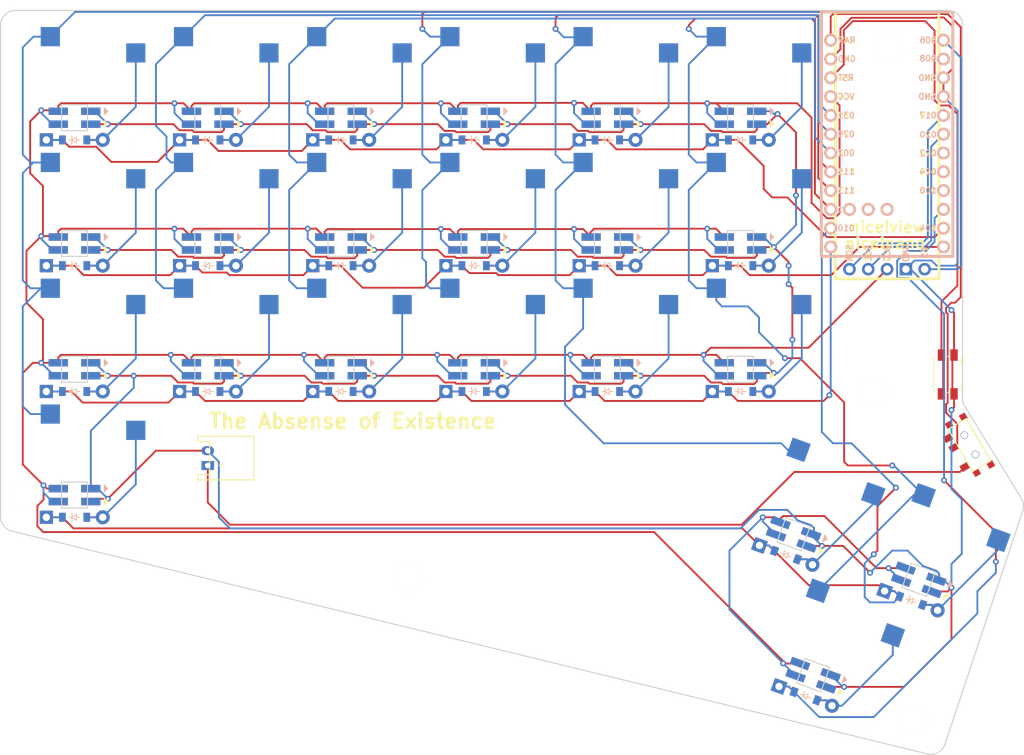
<source format=kicad_pcb>
(kicad_pcb (version 20240108) (generator "pcbnew") (generator_version "8.0")
  (title_block (title "theguy") (rev "v1.0.0") (company "Unknown"))
  (layers (0 "F.Cu" signal) (31 "B.Cu" signal) (34 "B.Paste" user) (35 "F.Paste" user) (36 "B.SilkS" user "B.Silkscreen") (37 "F.SilkS" user "F.Silkscreen") (38 "B.Mask" user) (39 "F.Mask" user) (44 "Edge.Cuts" user))
  (net 0 "")
  (net 1 "P031")
  (net 2 "hell_last")
  (net 3 "hell_bottom")
  (net 4 "hell_home")
  (net 5 "hell_top")
  (net 6 "P029")
  (net 7 "pinky_bottom")
  (net 8 "pinky_home")
  (net 9 "pinky_top")
  (net 10 "P002")
  (net 11 "ring_bottom")
  (net 12 "ring_home")
  (net 13 "ring_top")
  (net 14 "P115")
  (net 15 "middle_bottom")
  (net 16 "middle_home")
  (net 17 "middle_top")
  (net 18 "P113")
  (net 19 "index_bottom")
  (net 20 "index_home")
  (net 21 "index_top")
  (net 22 "P111")
  (net 23 "inner_bottom")
  (net 24 "inner_home")
  (net 25 "inner_top")
  (net 26 "layer_cluster")
  (net 27 "space_cluster")
  (net 28 "extra_cluster")
  (net 29 "VCC")
  (net 30 "GND")
  (net 31 "P010")
  (net 32 "P009")
  (net 33 "P106")
  (net 34 "P104")
  (net 35 "P011")
  (net 36 "RAW")
  (net 37 "RST")
  (net 38 "P006")
  (net 39 "P008")
  (net 40 "P017")
  (net 41 "P020")
  (net 42 "P022")
  (net 43 "P024")
  (net 44 "P100")
  (net 45 "P101")
  (net 46 "P102")
  (net 47 "P107")
  (net 48 "pos")
  (footprint "E73:SPDT_C128955" (layer "F.Cu") (at 191 98.2 -60)
    (property "Reference" "T1" (hide yes))
    (property "Value" "" (hide yes))
  )
  (footprint "ComboDiode" (layer "F.Cu") (at 166.135347 113.109587 -20)
    (property "Reference" "D20" (hide yes))
    (property "Value" "" (hide yes))
  )
  (footprint "ComboDiode" (layer "F.Cu") (at 70 74)
    (property "Reference" "D3" (hide yes))
    (property "Value" "" (hide yes))
  )
  (footprint "ComboDiode" (layer "F.Cu") (at 142 91)
    (property "Reference" "D14" (hide yes))
    (property "Value" "" (hide yes))
  )
  (footprint "WS2812B" (layer "F.Cu") (at 70 71)
    (property "Reference" "LED3" (hide yes))
    (property "Value" "" (hide yes))
    (fp_line (start -1.75 -1.75) (end -1.75 1.75) (stroke (width 0.15)) (layer "Edge.Cuts"))
    (fp_line (start -1.75 1.75) (end 1.75 1.75) (stroke (width 0.15)) (layer "Edge.Cuts"))
    (fp_line (start 1.75 -1.75) (end -1.75 -1.75) (stroke (width 0.15)) (layer "Edge.Cuts"))
    (fp_line (start 1.75 1.75) (end 1.75 -1.75) (stroke (width 0.15)) (layer "Edge.Cuts"))
  )
  (footprint "WS2812B" (layer "F.Cu") (at 160 88)
    (property "Reference" "LED17" (hide yes))
    (property "Value" "" (hide yes))
    (fp_line (start -1.75 -1.75) (end -1.75 1.75) (stroke (width 0.15)) (layer "Edge.Cuts"))
    (fp_line (start -1.75 1.75) (end 1.75 1.75) (stroke (width 0.15)) (layer "Edge.Cuts"))
    (fp_line (start 1.75 -1.75) (end -1.75 -1.75) (stroke (width 0.15)) (layer "Edge.Cuts"))
    (fp_line (start 1.75 1.75) (end 1.75 -1.75) (stroke (width 0.15)) (layer "Edge.Cuts"))
  )
  (footprint "PG1350" (layer "F.Cu") (at 106 49)
    (property "Reference" "S10" (hide yes))
    (property "Value" "" (hide yes))
  )
  (footprint "HOLE_M2_TH" (layer "F.Cu") (at 80 57.55)
    (property "Reference" "")
    (property "Value" "")
  )
  (footprint "WS2812B" (layer "F.Cu") (at 70 105)
    (property "Reference" "LED1" (hide yes))
    (property "Value" "" (hide yes))
    (fp_line (start -1.75 -1.75) (end -1.75 1.75) (stroke (width 0.15)) (layer "Edge.Cuts"))
    (fp_line (start -1.75 1.75) (end 1.75 1.75) (stroke (width 0.15)) (layer "Edge.Cuts"))
    (fp_line (start 1.75 -1.75) (end -1.75 -1.75) (stroke (width 0.15)) (layer "Edge.Cuts"))
    (fp_line (start 1.75 1.75) (end 1.75 -1.75) (stroke (width 0.15)) (layer "Edge.Cuts"))
  )
  (footprint "WS2812B" (layer "F.Cu") (at 142 88)
    (property "Reference" "LED14" (hide yes))
    (property "Value" "" (hide yes))
    (fp_line (start -1.75 -1.75) (end -1.75 1.75) (stroke (width 0.15)) (layer "Edge.Cuts"))
    (fp_line (start -1.75 1.75) (end 1.75 1.75) (stroke (width 0.15)) (layer "Edge.Cuts"))
    (fp_line (start 1.75 -1.75) (end -1.75 -1.75) (stroke (width 0.15)) (layer "Edge.Cuts"))
    (fp_line (start 1.75 1.75) (end 1.75 -1.75) (stroke (width 0.15)) (layer "Edge.Cuts"))
  )
  (footprint "PG1350" (layer "F.Cu") (at 124 49)
    (property "Reference" "S13" (hide yes))
    (property "Value" "" (hide yes))
  )
  (footprint "PG1350" (layer "F.Cu") (at 70 66)
    (property "Reference" "S3" (hide yes))
    (property "Value" "" (hide yes))
  )
  (footprint "PG1350" (layer "F.Cu") (at 171.514399 124.645002 -20)
    (property "Reference" "S22" (hide yes))
    (property "Value" "" (hide yes))
  )
  (footprint "JST_PH_S2B-PH-K_02x2.00mm_Angled" (layer "F.Cu") (at 88 100 90)
    (property "Reference" "JST1" (hide yes))
    (property "Value" "" (hide yes))
  )
  (footprint "PG1350" (layer "F.Cu") (at 185.785975 111.748409 -20)
    (property "Reference" "S21" (hide yes))
    (property "Value" "" (hide yes))
  )
  (footprint "Panasonic_EVQPUL_EVQPUC" (layer "F.Cu") (at 188 88.7 -90)
    (property "Reference" "B1" (hide yes))
    (property "Value" "Panasonic_EVQPUL_EVQPUC" (hide yes))
  )
  (footprint "WS2812B" (layer "F.Cu") (at 142 54)
    (property "Reference" "LED16" (hide yes))
    (property "Value" "" (hide yes))
    (fp_line (start -1.75 -1.75) (end -1.75 1.75) (stroke (width 0.15)) (layer "Edge.Cuts"))
    (fp_line (start -1.75 1.75) (end 1.75 1.75) (stroke (width 0.15)) (layer "Edge.Cuts"))
    (fp_line (start 1.75 -1.75) (end -1.75 -1.75) (stroke (width 0.15)) (layer "Edge.Cuts"))
    (fp_line (start 1.75 1.75) (end 1.75 -1.75) (stroke (width 0.15)) (layer "Edge.Cuts"))
  )
  (footprint "WS2812B" (layer "F.Cu") (at 70 88)
    (property "Reference" "LED2" (hide yes))
    (property "Value" "" (hide yes))
    (fp_line (start -1.75 -1.75) (end -1.75 1.75) (stroke (width 0.15)) (layer "Edge.Cuts"))
    (fp_line (start -1.75 1.75) (end 1.75 1.75) (stroke (width 0.15)) (layer "Edge.Cuts"))
    (fp_line (start 1.75 -1.75) (end -1.75 -1.75) (stroke (width 0.15)) (layer "Edge.Cuts"))
    (fp_line (start 1.75 1.75) (end 1.75 -1.75) (stroke (width 0.15)) (layer "Edge.Cuts"))
  )
  (footprint "ComboDiode" (layer "F.Cu") (at 88 74)
    (property "Reference" "D6" (hide yes))
    (property "Value" "" (hide yes))
  )
  (footprint "PG1350" (layer "F.Cu") (at 70 100)
    (property "Reference" "S1" (hide yes))
    (property "Value" "" (hide yes))
  )
  (footprint "PG1350" (layer "F.Cu") (at 142 83)
    (property "Reference" "S14" (hide yes))
    (property "Value" "" (hide yes))
  )
  (footprint "ComboDiode" (layer "F.Cu") (at 70 108)
    (property "Reference" "D1" (hide yes))
    (property "Value" "" (hide yes))
  )
  (footprint "WS2812B" (layer "F.Cu") (at 160 54)
    (property "Reference" "LED19" (hide yes))
    (property "Value" "" (hide yes))
    (fp_line (start -1.75 -1.75) (end -1.75 1.75) (stroke (width 0.15)) (layer "Edge.Cuts"))
    (fp_line (start -1.75 1.75) (end 1.75 1.75) (stroke (width 0.15)) (layer "Edge.Cuts"))
    (fp_line (start 1.75 -1.75) (end -1.75 -1.75) (stroke (width 0.15)) (layer "Edge.Cuts"))
    (fp_line (start 1.75 1.75) (end 1.75 -1.75) (stroke (width 0.15)) (layer "Edge.Cuts"))
  )
  (footprint "HOLE_M2_TH" (layer "F.Cu") (at 63 105)
    (property "Reference" "")
    (property "Value" "")
  )
  (footprint "HOLE_M2_TH" (layer "F.Cu") (at 183.557668 135.41346 -20)
    (property "Reference" "")
    (property "Value" "")
  )
  (footprint "ComboDiode" (layer "F.Cu") (at 142 57)
    (property "Reference" "D16" (hide yes))
    (property "Value" "" (hide yes))
  )
  (footprint "PG1350" (layer "F.Cu") (at 88 49)
    (property "Reference" "S7" (hide yes))
    (property "Value" "" (hide yes))
  )
  (footprint "PG1350" (layer "F.Cu") (at 142 66)
    (property "Reference" "S15" (hide yes))
    (property "Value" "" (hide yes))
  )
  (footprint "PG1350" (layer "F.Cu") (at 88 83)
    (property "Reference" "S5" (hide yes))
    (property "Value" "" (hide yes))
  )
  (footprint "PG1350" (layer "F.Cu") (at 124 83)
    (property "Reference" "S11" (hide yes))
    (property "Value" "" (hide yes))
  )
  (footprint "WS2812B" (layer "F.Cu") (at 106 71)
    (property "Reference" "LED9" (hide yes))
    (property "Value" "" (hide yes))
    (fp_line (start -1.75 -1.75) (end -1.75 1.75) (stroke (width 0.15)) (layer "Edge.Cuts"))
    (fp_line (start -1.75 1.75) (end 1.75 1.75) (stroke (width 0.15)) (layer "Edge.Cuts"))
    (fp_line (start 1.75 -1.75) (end -1.75 -1.75) (stroke (width 0.15)) (layer "Edge.Cuts"))
    (fp_line (start 1.75 1.75) (end 1.75 -1.75) (stroke (width 0.15)) (layer "Edge.Cuts"))
  )
  (footprint "WS2812B" (layer "F.Cu") (at 184.075874 116.446872 -20)
    (property "Reference" "LED21" (hide yes))
    (property "Value" "" (hide yes))
    (fp_line (start -1.75 1.75) (end 1.75 1.75) (stroke (width 0.15)) (layer "Edge.Cuts"))
    (fp_line (start -1.75 -1.75) (end -1.75 1.75) (stroke (width 0.15)) (layer "Edge.Cuts"))
    (fp_line (start 1.75 1.75) (end 1.75 -1.75) (stroke (width 0.15)) (layer "Edge.Cuts"))
    (fp_line (start 1.75 -1.75) (end -1.75 -1.75) (stroke (width 0.15)) (layer "Edge.Cuts"))
  )
  (footprint "HOLE_M2_TH" (layer "F.Cu") (at 115 74.55)
    (property "Reference" "")
    (property "Value" "")
  )
  (footprint "WS2812B" (layer "F.Cu") (at 88 54)
    (property "Reference" "LED7" (hide yes))
    (property "Value" "" (hide yes))
    (fp_line (start -1.75 -1.75) (end -1.75 1.75) (stroke (width 0.15)) (layer "Edge.Cuts"))
    (fp_line (start -1.75 1.75) (end 1.75 1.75) (stroke (width 0.15)) (layer "Edge.Cuts"))
    (fp_line (start 1.75 -1.75) (end -1.75 -1.75) (stroke (width 0.15)) (layer "Edge.Cuts"))
    (fp_line (start 1.75 1.75) (end 1.75 -1.75) (stroke (width 0.15)) (layer "Edge.Cuts"))
  )
  (footprint "ComboDiode" (layer "F.Cu") (at 124 74)
    (property "Reference" "D12" (hide yes))
    (property "Value" "" (hide yes))
  )
  (footprint "PG1350" (layer "F.Cu") (at 160 83)
    (property "Reference" "S17" (hide yes))
    (property "Value" "" (hide yes))
  )
  (footprint "ComboDiode" (layer "F.Cu") (at 142 74)
    (property "Reference" "D15" (hide yes))
    (property "Value" "" (hide yes))
  )
  (footprint "HOLE_M2_TH" (layer "F.Cu") (at 180 44.5)
    (property "Reference" "")
    (property "Value" "")
  )
  (footprint "lib:niceView_headers" (layer "F.Cu") (at 179.8 75.775 90)
    (property "Reference" "niceView1" (hide yes))
    (property "Value" "niceView" (hide yes))
  )
  (footprint "PG1350" (layer "F.Cu") (at 88 66)
    (property "Reference" "S6" (hide yes))
    (property "Value" "" (hide yes))
  )
  (footprint "ComboDiode" (layer "F.Cu") (at 160 91)
    (property "Reference" "D17" (hide yes))
    (property "Value" "" (hide yes))
  )
  (footprint "HOLE_M2_TH" (layer "F.Cu") (at 178 91)
    (property "Reference" "")
    (property "Value" "")
  )
  (footprint "WS2812B" (layer "F.Cu") (at 88 88)
    (property "Reference" "LED5" (hide yes))
    (property "Value" "" (hide yes))
    (fp_line (start -1.75 -1.75) (end -1.75 1.75) (stroke (width 0.15)) (layer "Edge.Cuts"))
    (fp_line (start -1.75 1.75) (end 1.75 1.75) (stroke (width 0.15)) (layer "Edge.Cuts"))
    (fp_line (start 1.75 -1.75) (end -1.75 -1.75) (stroke (width 0.15)) (layer "Edge.Cuts"))
    (fp_line (start 1.75 1.75) (end 1.75 -1.75) (stroke (width 0.15)) (layer "Edge.Cuts"))
  )
  (footprint "ComboDiode" (layer "F.Cu") (at 106 57)
    (property "Reference" "D10" (hide yes))
    (property "Value" "" (hide yes))
  )
  (footprint "ComboDiode" (layer "F.Cu") (at 88 57)
    (property "Reference" "D7" (hide yes))
    (property "Value" "" (hide yes))
  )
  (footprint "ComboDiode" (layer "F.Cu") (at 160 57)
    (property "Reference" "D19" (hide yes))
    (property "Value" "" (hide yes))
  )
  (footprint "WS2812B" (layer "F.Cu") (at 160 71)
    (property "Reference" "LED18" (hide yes))
    (property "Value" "" (hide yes))
    (fp_line (start -1.75 -1.75) (end -1.75 1.75) (stroke (width 0.15)) (layer "Edge.Cuts"))
    (fp_line (start -1.75 1.75) (end 1.75 1.75) (stroke (width 0.15)) (layer "Edge.Cuts"))
    (fp_line (start 1.75 -1.75) (end -1.75 -1.75) (stroke (width 0.15)) (layer "Edge.Cuts"))
    (fp_line (start 1.75 1.75) (end 1.75 -1.75) (stroke (width 0.15)) (layer "Edge.Cuts"))
  )
  (footprint "PG1350" (layer "F.Cu") (at 106 66)
    (property "Reference" "S9" (hide yes))
    (property "Value" "" (hide yes))
  )
  (footprint "ComboDiode" (layer "F.Cu") (at 124 57)
    (property "Reference" "D13" (hide yes))
    (property "Value" "" (hide yes))
  )
  (footprint "PG1350" (layer "F.Cu") (at 106 83)
    (property "Reference" "S8" (hide yes))
    (property "Value" "" (hide yes))
  )
  (footprint "ComboDiode" (layer "F.Cu") (at 124 91)
    (property "Reference" "D11" (hide yes))
    (property "Value" "" (hide yes))
  )
  (footprint "WS2812B" (layer "F.Cu") (at 106 54)
    (property "Reference" "LED10" (hide yes))
    (property "Value" "" (hide yes))
    (fp_line (start -1.75 -1.75) (end -1.75 1.75) (stroke (width 0.15)) (layer "Edge.Cuts"))
    (fp_line (start -1.75 1.75) (end 1.75 1.75) (stroke (width 0.15)) (layer "Edge.Cuts"))
    (fp_line (start 1.75 -1.75) (end -1.75 -1.75) (stroke (width 0.15)) (layer "Edge.Cuts"))
    (fp_line (start 1.75 1.75) (end 1.75 -1.75) (stroke (width 0.15)) (layer "Edge.Cuts"))
  )
  (footprint "ComboDiode" (layer "F.Cu") (at 168.778238 132.162543 -20)
    (property "Reference" "D22" (hide yes))
    (property "Value" "" (hide yes))
  )
  (footprint "WS2812B" (layer "F.Cu") (at 167.161407 110.29051 -20)
    (property "Reference" "LED20" (hide yes))
    (property "Value" "" (hide yes))
    (fp_line (start -1.75 1.75) (end 1.75 1.75) (stroke (width 0.15)) (layer "Edge.Cuts"))
    (fp_line (start -1.75 -1.75) (end -1.75 1.75) (stroke (width 0.15)) (layer "Edge.Cuts"))
    (fp_line (start 1.75 1.75) (end 1.75 -1.75) (stroke (width 0.15)) (layer "Edge.Cuts"))
    (fp_line (start 1.75 -1.75) (end -1.75 -1.75) (stroke (width 0.15)) (layer "Edge.Cuts"))
  )
  (footprint "ComboDiode" (layer "F.Cu") (at 88 91)
    (property "Reference" "D5" (hide yes))
    (property "Value" "" (hide yes))
  )
  (footprint "PG1350" (layer "F.Cu") (at 124 66)
    (property "Reference" "S12" (hide yes))
    (property "Value" "" (hide yes))
  )
  (footprint "nice_nano" (layer "F.Cu") (at 179.8 57.5 -90)
    (property "Reference" "MCU1" (hide yes))
    (property "Value" "nice_nano" (hide yes))
  )
  (footprint "ComboDiode" (layer "F.Cu") (at 106 91)
    (property "Reference" "D8" (hide yes))
    (property "Value" "" (hide yes))
  )
  (footprint "PG1350" (layer "F.Cu") (at 160 49)
    (property "Reference" "S19" (hide yes))
    (property "Value" "" (hide yes))
  )
  (footprint "ComboDiode" (layer "F.Cu") (at 183.049814 119.26595 -20)
    (property "Reference" "D21" (hide yes))
    (property "Value" "" (hide yes))
  )
  (footprint "WS2812B" (layer "F.Cu") (at 169.804298 129.343465 -20)
    (property "Reference" "LED22" (hide yes))
    (property "Value" "" (hide yes))
    (fp_line (start -1.75 1.75) (end 1.75 1.75) (stroke (width 0.15)) (layer "Edge.Cuts"))
    (fp_line (start -1.75 -1.75) (end -1.75 1.75) (stroke (width 0.15)) (layer "Edge.Cuts"))
    (fp_line (start 1.75 1.75) (end 1.75 -1.75) (stroke (width 0.15)) (layer "Edge.Cuts"))
    (fp_line (start 1.75 -1.75) (end -1.75 -1.75) (stroke (width 0.15)) (layer "Edge.Cuts"))
  )
  (footprint "WS2812B" (layer "F.Cu") (at 142 71)
    (property "Reference" "LED15" (hide yes))
    (property "Value" "" (hide yes))
    (fp_line (start -1.75 -1.75) (end -1.75 1.75) (stroke (width 0.15)) (layer "Edge.Cuts"))
    (fp_line (start -1.75 1.75) (end 1.75 1.75) (stroke (width 0.15)) (layer "Edge.Cuts"))
    (fp_line (start 1.75 -1.75) (end -1.75 -1.75) (stroke (width 0.15)) (layer "Edge.Cuts"))
    (fp_line (start 1.75 1.75) (end 1.75 -1.75) (stroke (width 0.15)) (layer "Edge.Cuts"))
  )
  (footprint "WS2812B" (layer "F.Cu") (at 88 71)
    (property "Reference" "LED6" (hide yes))
    (property "Value" "" (hide yes))
    (fp_line (start -1.75 -1.75) (end -1.75 1.75) (stroke (width 0.15)) (layer "Edge.Cuts"))
    (fp_line (start -1.75 1.75) (end 1.75 1.75) (stroke (width 0.15)) (layer "Edge.Cuts"))
    (fp_line (start 1.75 -1.75) (end -1.75 -1.75) (stroke (width 0.15)) (layer "Edge.Cuts"))
    (fp_line (start 1.75 1.75) (end 1.75 -1.75) (stroke (width 0.15)) (layer "Edge.Cuts"))
  )
  (footprint "PG1350" (layer "F.Cu") (at 168.871508 105.592047 -20)
    (property "Reference" "S20" (hide yes))
    (property "Value" "" (hide yes))
  )
  (footprint "ComboDiode" (layer "F.Cu") (at 70 57)
    (property "Reference" "D4" (hide yes))
    (property "Value" "" (hide yes))
  )
  (footprint "PG1350" (layer "F.Cu") (at 70 49)
    (property "Reference" "S4" (hide yes))
    (property "Value" "" (hide yes))
  )
  (footprint "WS2812B" (layer "F.Cu") (at 124 71)
    (property "Reference" "LED12" (hide yes))
    (property "Value" "" (hide yes))
    (fp_line (start -1.75 -1.75) (end -1.75 1.75) (stroke (width 0.15)) (layer "Edge.Cuts"))
    (fp_line (start -1.75 1.75) (end 1.75 1.75) (stroke (width 0.15)) (layer "Edge.Cuts"))
    (fp_line (start 1.75 -1.75) (end -1.75 -1.75) (stroke (width 0.15)) (layer "Edge.Cuts"))
    (fp_line (start 1.75 1.75) (end 1.75 -1.75) (stroke (width 0.15)) (layer "Edge.Cuts"))
  )
  (footprint "PG1350" (layer "F.Cu") (at 142 49)
    (property "Reference" "S16" (hide yes))
    (property "Value" "" (hide yes))
  )
  (footprint "ComboDiode" (layer "F.Cu") (at 70 91)
    (property "Reference" "D2" (hide yes))
    (property "Value" "" (hide yes))
  )
  (footprint "WS2812B" (layer "F.Cu") (at 124 88)
    (property "Reference" "LED11" (hide yes))
    (property "Value" "" (hide yes))
    (fp_line (start -1.75 -1.75) (end -1.75 1.75) (stroke (width 0.15)) (layer "Edge.Cuts"))
    (fp_line (start -1.75 1.75) (end 1.75 1.75) (stroke (width 0.15)) (layer "Edge.Cuts"))
    (fp_line (start 1.75 -1.75) (end -1.75 -1.75) (stroke (width 0.15)) (layer "Edge.Cuts"))
    (fp_line (start 1.75 1.75) (end 1.75 -1.75) (stroke (width 0.15)) (layer "Edge.Cuts"))
  )
  (footprint "WS2812B" (layer "F.Cu") (at 124 54)
    (property "Reference" "LED13" (hide yes))
    (property "Value" "" (hide yes))
    (fp_line (start -1.75 -1.75) (end -1.75 1.75) (stroke (width 0.15)) (layer "Edge.Cuts"))
    (fp_line (start -1.75 1.75) (end 1.75 1.75) (stroke (width 0.15)) (layer "Edge.Cuts"))
    (fp_line (start 1.75 -1.75) (end -1.75 -1.75) (stroke (width 0.15)) (layer "Edge.Cuts"))
    (fp_line (start 1.75 1.75) (end 1.75 -1.75) (stroke (width 0.15)) (layer "Edge.Cuts"))
  )
  (footprint "ComboDiode" (layer "F.Cu") (at 106 74)
    (property "Reference" "D9" (hide yes))
    (property "Value" "" (hide yes))
  )
  (footprint "WS2812B" (layer "F.Cu") (at 70 54)
    (property "Reference" "LED4" (hide yes))
    (property "Value" "" (hide yes))
    (fp_line (start -1.75 -1.75) (end -1.75 1.75) (stroke (width 0.15)) (layer "Edge.Cuts"))
    (fp_line (start -1.75 1.75) (end 1.75 1.75) (stroke (width 0.15)) (layer "Edge.Cuts"))
    (fp_line (start 1.75 -1.75) (end -1.75 -1.75) (stroke (width 0.15)) (layer "Edge.Cuts"))
    (fp_line (start 1.75 1.75) (end 1.75 -1.75) (stroke (width 0.15)) (layer "Edge.Cuts"))
  )
  (footprint "WS2812B" (layer "F.Cu") (at 106 88)
    (property "Reference" "LED8" (hide yes))
    (property "Value" "" (hide yes))
    (fp_line (start -1.75 -1.75) (end -1.75 1.75) (stroke (width 0.15)) (layer "Edge.Cuts"))
    (fp_line (start -1.75 1.75) (end 1.75 1.75) (stroke (width 0.15)) (layer "Edge.Cuts"))
    (fp_line (start 1.75 -1.75) (end -1.75 -1.75) (stroke (width 0.15)) (layer "Edge.Cuts"))
    (fp_line (start 1.75 1.75) (end 1.75 -1.75) (stroke (width 0.15)) (layer "Edge.Cuts"))
  )
  (footprint "HOLE_M2_TH" (layer "F.Cu") (at 115 116.25)
    (property "Reference" "")
    (property "Value" "")
  )
  (footprint "ComboDiode" (layer "F.Cu") (at 160 74)
    (property "Reference" "D18" (hide yes))
    (property "Value" "" (hide yes))
  )
  (footprint "PG1350" (layer "F.Cu") (at 70 83)
    (property "Reference" "S2" (hide yes))
    (property "Value" "" (hide yes))
  )
  (footprint "PG1350" (layer "F.Cu") (at 160 66)
    (property "Reference" "S18" (hide yes))
    (property "Value" "" (hide yes))
  )
  (gr_arc (start 190.295343 92.981311) (mid 190.075252 92.478752) (end 190 91.935298) (stroke (width 0.15)) (layer "Edge.Cuts"))
  (gr_line (start 185.270054 139.977234) (end 61.527207 109.871558) (stroke (width 0.15)) (layer "Edge.Cuts"))
  (gr_line (start 190 41.5) (end 190 91.935298) (stroke (width 0.15)) (layer "Edge.Cuts"))
  (gr_line (start 198.137959 107.125273) (end 187.640501 138.665512) (stroke (width 0.15)) (layer "Edge.Cuts"))
  (gr_arc (start 188 39.5) (mid 189.414214 40.085786) (end 190 41.5) (stroke (width 0.15)) (layer "Edge.Cuts"))
  (gr_line (start 190.295343 92.981312) (end 197.944962 105.447668) (stroke (width 0.15)) (layer "Edge.Cuts"))
  (gr_arc (start 61.527207 109.871557) (mid 60.427489 109.164046) (end 60 107.928244) (stroke (width 0.15)) (layer "Edge.Cuts"))
  (gr_arc (start 197.944962 105.447668) (mid 198.2272 106.265102) (end 198.137959 107.125273) (stroke (width 0.15)) (layer "Edge.Cuts"))
  (gr_line (start 62 39.5) (end 188 39.5) (stroke (width 0.15)) (layer "Edge.Cuts"))
  (gr_arc (start 187.640502 138.665512) (mid 186.711202 139.78386) (end 185.270054 139.977234) (stroke (width 0.15)) (layer "Edge.Cuts"))
  (gr_arc (start 60 41.5) (mid 60.585786 40.085786) (end 62 39.5) (stroke (width 0.15)) (layer "Edge.Cuts"))
  (gr_line (start 60 107.928244) (end 60 41.5) (stroke (width 0.15)) (layer "Edge.Cuts"))
  (gr_text "The Absense of Existence" (at 88 95 0) (layer "F.SilkS") (effects (font (size 2 2) (thickness 0.4)) (justify left)))
  (segment (start 66.725 77.05) (end 65.45 77.05) (width 0.25) (layer "B.Cu") (net 1))
  (segment (start 171 40) (end 170.9787 40.0213) (width 0.25) (layer "B.Cu") (net 1))
  (segment (start 64.05 94.05) (end 66.725 94.05) (width 0.25) (layer "B.Cu") (net 1))
  (segment (start 66.725 43.05) (end 70.075 39.7) (width 0.25) (layer "B.Cu") (net 1))
  (segment (start 63 79.5) (end 63 93) (width 0.25) (layer "B.Cu") (net 1))
  (segment (start 63 44.5) (end 63 59) (width 0.25) (layer "B.Cu") (net 1))
  (segment (start 63 59) (end 64.05 60.05) (width 0.25) (layer "B.Cu") (net 1))
  (segment (start 66.725 43.05) (end 64.45 43.05) (width 0.25) (layer "B.Cu") (net 1))
  (segment (start 66.725 60.05) (end 64.45 60.05) (width 0.25) (layer "B.Cu") (net 1))
  (segment (start 63 93) (end 64.05 94.05) (width 0.25) (layer "B.Cu") (net 1))
  (segment (start 64.05 60.05) (end 66.725 60.05) (width 0.25) (layer "B.Cu") (net 1))
  (segment (start 63 61.5) (end 63 76) (width 0.25) (layer "B.Cu") (net 1))
  (segment (start 170.9787 40.0213) (end 170.9787 52.4887) (width 0.25) (layer "B.Cu") (net 1))
  (segment (start 170.7 39.7) (end 171 40) (width 0.25) (layer "B.Cu") (net 1))
  (segment (start 64.05 77.05) (end 66.725 77.05) (width 0.25) (layer "B.Cu") (net 1))
  (segment (start 64.45 60.05) (end 63 61.5) (width 0.25) (layer "B.Cu") (net 1))
  (segment (start 63 76) (end 64.05 77.05) (width 0.25) (layer "B.Cu") (net 1))
  (segment (start 170.9787 52.4887) (end 172.18 53.69) (width 0.25) (layer "B.Cu") (net 1))
  (segment (start 64.45 43.05) (end 63 44.5) (width 0.25) (layer "B.Cu") (net 1))
  (segment (start 65.45 77.05) (end 63 79.5) (width 0.25) (layer "B.Cu") (net 1))
  (segment (start 70.075 39.7) (end 170.7 39.7) (width 0.25) (layer "B.Cu") (net 1))
  (segment (start 73.81 108) (end 71.65 108) (width 0.25) (layer "F.Cu") (net 2))
  (segment (start 71.65 108) (end 73.81 108) (width 0.25) (layer "B.Cu") (net 2))
  (segment (start 78.275 103.535) (end 73.81 108) (width 0.25) (layer "B.Cu") (net 2))
  (segment (start 78.275 96.25) (end 78.275 103.535) (width 0.25) (layer "B.Cu") (net 2))
  (segment (start 71.65 91) (end 73.81 91) (width 0.25) (layer "F.Cu") (net 3))
  (segment (start 78.275 86.535) (end 73.81 91) (width 0.25) (layer "B.Cu") (net 3))
  (segment (start 73.81 91) (end 71.65 91) (width 0.25) (layer "B.Cu") (net 3))
  (segment (start 78.275 79.25) (end 78.275 86.535) (width 0.25) (layer "B.Cu") (net 3))
  (segment (start 71.65 74) (end 73.81 74) (width 0.25) (layer "F.Cu") (net 4))
  (segment (start 78.275 69.535) (end 73.81 74) (width 0.25) (layer "B.Cu") (net 4))
  (segment (start 73.81 74) (end 71.65 74) (width 0.25) (layer "B.Cu") (net 4))
  (segment (start 78.275 62.25) (end 78.275 69.535) (width 0.25) (layer "B.Cu") (net 4))
  (segment (start 71.65 57) (end 73.81 57) (width 0.25) (layer "F.Cu") (net 5))
  (segment (start 78.275 45.25) (end 78.275 52.535) (width 0.25) (layer "B.Cu") (net 5))
  (segment (start 78.275 52.535) (end 73.81 57) (width 0.25) (layer "B.Cu") (net 5))
  (segment (start 71.65 57) (end 73.81 57) (width 0.25) (layer "B.Cu") (net 5))
  (segment (start 87.625 40.15) (end 170.513604 40.15) (width 0.25) (layer "B.Cu") (net 6))
  (segment (start 81 55.120532) (end 82.425 56.545532) (width 0.25) (layer "B.Cu") (net 6))
  (segment (start 81 63.775) (end 81 76) (width 0.25) (layer "B.Cu") (net 6))
  (segment (start 83.05 60.05) (end 84.725 60.05) (width 0.25) (layer "B.Cu") (net 6))
  (segment (start 82.425 56.545532) (end 82.425 59.425) (width 0.25) (layer "B.Cu") (net 6))
  (segment (start 84.725 43.05) (end 87.625 40.15) (width 0.25) (layer "B.Cu") (net 6))
  (segment (start 81 46.775) (end 81 55.120532) (width 0.25) (layer "B.Cu") (net 6))
  (segment (start 170.5287 54.5787) (end 172.18 56.23) (width 0.25) (layer "B.Cu") (net 6))
  (segment (start 82.425 59.425) (end 83.05 60.05) (width 0.25) (layer "B.Cu") (net 6))
  (segment (start 84.725 43.05) (end 81 46.775) (width 0.25) (layer "B.Cu") (net 6))
  (segment (start 84.725 60.05) (end 81 63.775) (width 0.25) (layer "B.Cu") (net 6))
  (segment (start 170.513604 40.15) (end 170.5287 40.165096) (width 0.25) (layer "B.Cu") (net 6))
  (segment (start 170.5287 40.165096) (end 170.5287 54.5787) (width 0.25) (layer "B.Cu") (net 6))
  (segment (start 82.05 77.05) (end 84.725 77.05) (width 0.25) (layer "B.Cu") (net 6))
  (segment (start 81 76) (end 82.05 77.05) (width 0.25) (layer "B.Cu") (net 6))
  (segment (start 89.65 91) (end 91.81 91) (width 0.25) (layer "F.Cu") (net 7))
  (segment (start 96.275 86.535) (end 91.81 91) (width 0.25) (layer "B.Cu") (net 7))
  (segment (start 91.81 91) (end 89.65 91) (width 0.25) (layer "B.Cu") (net 7))
  (segment (start 96.275 79.25) (end 96.275 86.535) (width 0.25) (layer "B.Cu") (net 7))
  (segment (start 91.81 74) (end 89.65 74) (width 0.25) (layer "F.Cu") (net 8))
  (segment (start 89.65 74) (end 91.81 74) (width 0.25) (layer "B.Cu") (net 8))
  (segment (start 96.275 62.25) (end 96.275 69.535) (width 0.25) (layer "B.Cu") (net 8))
  (segment (start 96.275 69.535) (end 91.81 74) (width 0.25) (layer "B.Cu") (net 8))
  (segment (start 89.65 57) (end 91.81 57) (width 0.25) (layer "F.Cu") (net 9))
  (segment (start 96.275 52.535) (end 91.81 57) (width 0.25) (layer "B.Cu") (net 9))
  (segment (start 96.275 45.25) (end 96.275 52.535) (width 0.25) (layer "B.Cu") (net 9))
  (segment (start 89.65 57) (end 91.81 57) (width 0.25) (layer "B.Cu") (net 9))
  (segment (start 100.05 60.05) (end 102.725 60.05) (width 0.25) (layer "B.Cu") (net 10))
  (segment (start 99 63.775) (end 99 76) (width 0.25) (layer "B.Cu") (net 10))
  (segment (start 170.0787 56.6687) (end 172.18 58.77) (width 0.25) (layer "B.Cu") (net 10))
  (segment (start 102.725 43.05) (end 105.175 40.6) (width 0.25) (layer "B.Cu") (net 10))
  (segment (start 105.175 40.6) (end 170.0787 40.6) (width 0.25) (layer "B.Cu") (net 10))
  (segment (start 102.725 60.05) (end 99 63.775) (width 0.25) (layer "B.Cu") (net 10))
  (segment (start 100.05 77.05) (end 102.725 77.05) (width 0.25) (layer "B.Cu") (net 10))
  (segment (start 170.0787 40.6) (end 170.0787 56.6687) (width 0.25) (layer "B.Cu") (net 10))
  (segment (start 102.725 43.05) (end 99 46.775) (width 0.25) (layer "B.Cu") (net 10))
  (segment (start 99 76) (end 100.05 77.05) (width 0.25) (layer "B.Cu") (net 10))
  (segment (start 99 46.775) (end 99 59) (width 0.25) (layer "B.Cu") (net 10))
  (segment (start 99 59) (end 100.05 60.05) (width 0.25) (layer "B.Cu") (net 10))
  (segment (start 107.65 91) (end 109.81 91) (width 0.25) (layer "F.Cu") (net 11))
  (segment (start 114.275 79.25) (end 114.275 86.535) (width 0.25) (layer "B.Cu") (net 11))
  (segment (start 114.275 86.535) (end 109.81 91) (width 0.25) (layer "B.Cu") (net 11))
  (segment (start 109.81 91) (end 107.65 91) (width 0.25) (layer "B.Cu") (net 11))
  (segment (start 109.81 74) (end 107.65 74) (width 0.25) (layer "F.Cu") (net 12))
  (segment (start 114.275 69.535) (end 109.81 74) (width 0.25) (layer "B.Cu") (net 12))
  (segment (start 114.275 62.25) (end 114.275 69.535) (width 0.25) (layer "B.Cu") (net 12))
  (segment (start 109.81 74) (end 107.65 74) (width 0.25) (layer "B.Cu") (net 12))
  (segment (start 107.65 57) (end 109.81 57) (width 0.25) (layer "F.Cu") (net 13))
  (segment (start 107.65 57) (end 109.81 57) (width 0.25) (layer "B.Cu") (net 13))
  (segment (start 114.275 52.535) (end 109.81 57) (width 0.25) (layer "B.Cu") (net 13))
  (segment (start 114.275 45.25) (end 114.275 52.535) (width 0.25) (layer "B.Cu") (net 13))
  (segment (start 117 42) (end 117 40) (width 0.25) (layer "F.Cu") (net 14))
  (segment (start 170.9787 60.1087) (end 172.18 61.31) (width 0.25) (layer "F.Cu") (net 14))
  (segment (start 117.3 39.7) (end 170.7 39.7) (width 0.25) (layer "F.Cu") (net 14))
  (segment (start 170.7 39.7) (end 171 40) (width 0.25) (layer "F.Cu") (net 14))
  (segment (start 171 40) (end 170.9787 40.0213) (width 0.25) (layer "F.Cu") (net 14))
  (segment (start 170.9787 40.0213) (end 170.9787 60.1087) (width 0.25) (layer "F.Cu") (net 14))
  (segment (start 117 40) (end 117.3 39.7) (width 0.25) (layer "F.Cu") (net 14))
  (via (at 117 42) (size 0.8) (drill 0.4) (layers "F.Cu" "B.Cu") (net 14))
  (segment (start 117 46.775) (end 117 59) (width 0.25) (layer "B.Cu") (net 14))
  (segment (start 120.725 43.05) (end 118.05 43.05) (width 0.25) (layer "B.Cu") (net 14))
  (segment (start 118.05 43.05) (end 117 42) (width 0.25) (layer "B.Cu") (net 14))
  (segment (start 117 63.775) (end 117 73) (width 0.25) (layer "B.Cu") (net 14))
  (segment (start 120.725 43.05) (end 117 46.775) (width 0.25) (layer "B.Cu") (net 14))
  (segment (start 118.05 60.05) (end 120.725 60.05) (width 0.25) (layer "B.Cu") (net 14))
  (segment (start 117 73) (end 117.5 73.5) (width 0.25) (layer "B.Cu") (net 14))
  (segment (start 118.05 77.05) (end 120.725 77.05) (width 0.25) (layer "B.Cu") (net 14))
  (segment (start 117.5 76.5) (end 118.05 77.05) (width 0.25) (layer "B.Cu") (net 14))
  (segment (start 117.5 73.5) (end 117.5 76.5) (width 0.25) (layer "B.Cu") (net 14))
  (segment (start 120.725 60.05) (end 117 63.775) (width 0.25) (layer "B.Cu") (net 14))
  (segment (start 117 59) (end 118.05 60.05) (width 0.25) (layer "B.Cu") (net 14))
  (segment (start 125.65 91) (end 127.81 91) (width 0.25) (layer "F.Cu") (net 15))
  (segment (start 132.275 79.25) (end 132.275 86.535) (width 0.25) (layer "B.Cu") (net 15))
  (segment (start 132.275 86.535) (end 127.81 91) (width 0.25) (layer "B.Cu") (net 15))
  (segment (start 127.81 91) (end 125.65 91) (width 0.25) (layer "B.Cu") (net 15))
  (segment (start 127.81 74) (end 125.65 74) (width 0.25) (layer "F.Cu") (net 16))
  (segment (start 132.275 69.535) (end 127.81 74) (width 0.25) (layer "B.Cu") (net 16))
  (segment (start 125.65 74) (end 127.81 74) (width 0.25) (layer "B.Cu") (net 16))
  (segment (start 132.275 62.25) (end 132.275 69.535) (width 0.25) (layer "B.Cu") (net 16))
  (segment (start 125.65 57) (end 127.81 57) (width 0.25) (layer "F.Cu") (net 17))
  (segment (start 127.81 57) (end 125.65 57) (width 0.25) (layer "B.Cu") (net 17))
  (segment (start 132.275 52.535) (end 127.81 57) (width 0.25) (layer "B.Cu") (net 17))
  (segment (start 132.275 45.25) (end 132.275 52.535) (width 0.25) (layer "B.Cu") (net 17))
  (segment (start 135 42) (end 135 40.5) (width 0.25) (layer "F.Cu") (net 18))
  (segment (start 135.35 40.15) (end 170.15 40.15) (width 0.25) (layer "F.Cu") (net 18))
  (segment (start 170.5 62.17) (end 172.18 63.85) (width 0.25) (layer "F.Cu") (net 18))
  (segment (start 135 40.5) (end 135.35 40.15) (width 0.25) (layer "F.Cu") (net 18))
  (segment (start 170.15 40.15) (end 170.5 40.5) (width 0.25) (layer "F.Cu") (net 18))
  (segment (start 170.5 40.5) (end 170.5 62.17) (width 0.25) (layer "F.Cu") (net 18))
  (via (at 135 42) (size 0.8) (drill 0.4) (layers "F.Cu" "B.Cu") (net 18))
  (segment (start 136.275 92.775) (end 141.5 98) (width 0.25) (layer "B.Cu") (net 18))
  (segment (start 135 46.775) (end 135 59) (width 0.25) (layer "B.Cu") (net 18))
  (segment (start 165.5 98) (end 166.38076 98.88076) (width 0.25) (layer "B.Cu") (net 18))
  (segment (start 138.725 60.05) (end 135 63.775) (width 0.25) (layer "B.Cu") (net 18))
  (segment (start 141.5 98) (end 165.5 98) (width 0.25) (layer "B.Cu") (net 18))
  (segment (start 166.38076 98.88076) (end 167.829035 98.88076) (width 0.25) (layer "B.Cu") (net 18))
  (segment (start 136.1375 43.1375) (end 135 42) (width 0.25) (layer "B.Cu") (net 18))
  (segment (start 138.725 77.05) (end 138.725 82.508684) (width 0.25) (layer "B.Cu") (net 18))
  (segment (start 138.725 43.05) (end 135 46.775) (width 0.25) (layer "B.Cu") (net 18))
  (segment (start 136.05 77.05) (end 138.725 77.05) (width 0.25) (layer "B.Cu") (net 18))
  (segment (start 136.275 84.958684) (end 136.275 92.775) (width 0.25) (layer "B.Cu") (net 18))
  (segment (start 138.725 43.05) (end 138.6375 43.1375) (width 0.25) (layer "B.Cu") (net 18))
  (segment (start 135 76) (end 136.05 77.05) (width 0.25) (layer "B.Cu") (net 18))
  (segment (start 136.05 60.05) (end 138.725 60.05) (width 0.25) (layer "B.Cu") (net 18))
  (segment (start 135 59) (end 136.05 60.05) (width 0.25) (layer "B.Cu") (net 18))
  (segment (start 138.6375 43.1375) (end 136.1375 43.1375) (width 0.25) (layer "B.Cu") (net 18))
  (segment (start 135 63.775) (end 135 76) (width 0.25) (layer "B.Cu") (net 18))
  (segment (start 138.725 82.508684) (end 136.275 84.958684) (width 0.25) (layer "B.Cu") (net 18))
  (segment (start 143.65 91) (end 145.81 91) (width 0.25) (layer "F.Cu") (net 19))
  (segment (start 145.81 91) (end 143.65 91) (width 0.25) (layer "B.Cu") (net 19))
  (segment (start 150.275 86.535) (end 145.81 91) (width 0.25) (layer "B.Cu") (net 19))
  (segment (start 150.275 79.25) (end 150.275 86.535) (width 0.25) (layer "B.Cu") (net 19))
  (segment (start 145.81 74) (end 143.65 74) (width 0.25) (layer "F.Cu") (net 20))
  (segment (start 143.65 74) (end 145.81 74) (width 0.25) (layer "B.Cu") (net 20))
  (segment (start 150.275 69.535) (end 145.81 74) (width 0.25) (layer "B.Cu") (net 20))
  (segment (start 150.275 62.25) (end 150.275 69.535) (width 0.25) (layer "B.Cu") (net 20))
  (segment (start 143.65 57) (end 145.81 57) (width 0.25) (layer "F.Cu") (net 21))
  (segment (start 150.275 45.25) (end 150.275 52.535) (width 0.25) (layer "B.Cu") (net 21))
  (segment (start 145.81 57) (end 143.65 57) (width 0.25) (layer "B.Cu") (net 21))
  (segment (start 150.275 52.535) (end 145.81 57) (width 0.25) (layer "B.Cu") (net 21))
  (segment (start 174 92.474695) (end 174 100.5) (width 0.25) (layer "F.Cu") (net 22))
  (segment (start 153 42) (end 153 41.5) (width 0.25) (layer "F.Cu") (net 22))
  (segment (start 168.025305 86.5) (end 174 92.474695) (width 0.25) (layer "F.Cu") (net 22))
  (segment (start 153.9 40.6) (end 169.6 40.6) (width 0.25) (layer "F.Cu") (net 22))
  (segment (start 166 86.5) (end 168.025305 86.5) (width 0.25) (layer "F.Cu") (net 22))
  (segment (start 170.05 64.26) (end 172.18 66.39) (width 0.25) (layer "F.Cu") (net 22))
  (segment (start 174 100.5) (end 174.5 101) (width 0.25) (layer "F.Cu") (net 22))
  (segment (start 169.6 40.6) (end 170.05 41.05) (width 0.25) (layer "F.Cu") (net 22))
  (segment (start 174.5 101) (end 180.5 101) (width 0.25) (layer "F.Cu") (net 22))
  (segment (start 170.05 41.05) (end 170.05 64.26) (width 0.25) (layer "F.Cu") (net 22))
  (segment (start 153 41.5) (end 153.9 40.6) (width 0.25) (layer "F.Cu") (net 22))
  (via (at 153 42) (size 0.8) (drill 0.4) (layers "F.Cu" "B.Cu") (net 22))
  (via (at 180.5 101) (size 0.8) (drill 0.4) (layers "F.Cu" "B.Cu") (net 22))
  (via (at 166 86.5) (size 0.8) (drill 0.4) (layers "F.Cu" "B.Cu") (net 22))
  (segment (start 153 59) (end 154.05 60.05) (width 0.25) (layer "B.Cu") (net 22))
  (segment (start 180.70638 101) (end 184.743502 105.037122) (width 0.25) (layer "B.Cu") (net 22))
  (segment (start 184.743502 105.037122) (end 183.368519 105.037122) (width 0.25) (layer "B.Cu") (net 22))
  (segment (start 156.725 43.05) (end 154.05 43.05) (width 0.25) (layer "B.Cu") (net 22))
  (segment (start 153 46.775) (end 153 59) (width 0.25) (layer "B.Cu") (net 22))
  (segment (start 156.725 43.05) (end 153 46.775) (width 0.25) (layer "B.Cu") (net 22))
  (segment (start 162.5 81) (end 162.5 83) (width 0.25) (layer "B.Cu") (net 22))
  (segment (start 157.5 79.5) (end 161 79.5) (width 0.25) (layer "B.Cu") (net 22))
  (segment (start 180.5 101) (end 180.70638 101) (width 0.25) (layer "B.Cu") (net 22))
  (segment (start 153 76) (end 154.05 77.05) (width 0.25) (layer "B.Cu") (net 22))
  (segment (start 154.05 60.05) (end 156.725 60.05) (width 0.25) (layer "B.Cu") (net 22))
  (segment (start 154.05 43.05) (end 153 42) (width 0.25) (layer "B.Cu") (net 22))
  (segment (start 183.368519 105.037122) (end 170.471926 117.933715) (width 0.25) (layer "B.Cu") (net 22))
  (segment (start 161 79.5) (end 162.5 81) (width 0.25) (layer "B.Cu") (net 22))
  (segment (start 156.725 78.725) (end 157.5 79.5) (width 0.25) (layer "B.Cu") (net 22))
  (segment (start 156.725 60.05) (end 153 63.775) (width 0.25) (layer "B.Cu") (net 22))
  (segment (start 162.5 83) (end 166 86.5) (width 0.25) (layer "B.Cu") (net 22))
  (segment (start 154.05 77.05) (end 156.725 77.05) (width 0.25) (layer "B.Cu") (net 22))
  (segment (start 153 63.775) (end 153 76) (width 0.25) (layer "B.Cu") (net 22))
  (segment (start 156.725 77.05) (end 156.725 78.725) (width 0.25) (layer "B.Cu") (net 22))
  (segment (start 161.65 91) (end 163.81 91) (width 0.25) (layer "F.Cu") (net 23))
  (segment (start 163.81 91) (end 161.65 91) (width 0.25) (layer "B.Cu") (net 23))
  (segment (start 168.275 79.25) (end 168.275 86.535) (width 0.25) (layer "B.Cu") (net 23))
  (segment (start 168.275 86.535) (end 163.81 91) (width 0.25) (layer "B.Cu") (net 23))
  (segment (start 163.81 74) (end 161.65 74) (width 0.25) (layer "F.Cu") (net 24))
  (segment (start 168.275 62.25) (end 168.275 69.535) (width 0.25) (layer "B.Cu") (net 24))
  (segment (start 168.275 69.535) (end 163.81 74) (width 0.25) (layer "B.Cu") (net 24))
  (segment (start 161.65 74) (end 163.81 74) (width 0.25) (layer "B.Cu") (net 24))
  (segment (start 161.65 57) (end 163.81 57) (width 0.25) (layer "F.Cu") (net 25))
  (segment (start 168.275 45.25) (end 168.275 52.535) (width 0.25) (layer "B.Cu") (net 25))
  (segment (start 163.81 57) (end 161.65 57) (width 0.25) (layer "B.Cu") (net 25))
  (segment (start 168.275 52.535) (end 163.81 57) (width 0.25) (layer "B.Cu") (net 25))
  (segment (start 167.68584 113.67392) (end 168.976812 113.67392) (width 0.25) (layer "F.Cu") (net 26))
  (segment (start 168.976812 113.67392) (end 169.715576 114.412684) (width 0.25) (layer "F.Cu") (net 26))
  (segment (start 167.68584 113.67392) (end 168.976812 113.67392) (width 0.25) (layer "B.Cu") (net 26))
  (segment (start 177.93004 106.19822) (end 169.715576 114.412684) (width 0.25) (layer "B.Cu") (net 26))
  (segment (start 168.976812 113.67392) (end 169.715576 114.412684) (width 0.25) (layer "B.Cu") (net 26))
  (segment (start 177.93004 104.898416) (end 177.93004 106.19822) (width 0.25) (layer "B.Cu") (net 26))
  (segment (start 184.600307 119.830283) (end 185.891279 119.830283) (width 0.25) (layer "F.Cu") (net 27))
  (segment (start 185.891279 119.830283) (end 186.630043 120.569047) (width 0.25) (layer "F.Cu") (net 27))
  (segment (start 185.891279 119.830283) (end 186.630043 120.569047) (width 0.25) (layer "B.Cu") (net 27))
  (segment (start 194.844507 111.054778) (end 194.844507 112.354583) (width 0.25) (layer "B.Cu") (net 27))
  (segment (start 194.844507 112.354583) (end 186.630043 120.569047) (width 0.25) (layer "B.Cu") (net 27))
  (segment (start 184.600307 119.830283) (end 185.891279 119.830283) (width 0.25) (layer "B.Cu") (net 27))
  (segment (start 171.619703 132.726876) (end 172.358467 133.46564) (width 0.25) (layer "F.Cu") (net 28))
  (segment (start 170.328731 132.726876) (end 171.619703 132.726876) (width 0.25) (layer "F.Cu") (net 28))
  (segment (start 170.328731 132.726876) (end 171.619703 132.726876) (width 0.25) (layer "B.Cu") (net 28))
  (segment (start 180.572931 123.951371) (end 180.572931 126.598214) (width 0.25) (layer "B.Cu") (net 28))
  (segment (start 173.705505 133.46564) (end 172.358467 133.46564) (width 0.25) (layer "B.Cu") (net 28))
  (segment (start 171.619703 132.726876) (end 172.358467 133.46564) (width 0.25) (layer "B.Cu") (net 28))
  (segment (start 180.572931 126.598214) (end 173.705505 133.46564) (width 0.25) (layer "B.Cu") (net 28))
  (segment (start 63.5 72) (end 65.5 70) (width 0.25) (layer "F.Cu") (net 29))
  (segment (start 138.675 52) (end 139.8 53.125) (width 0.25) (layer "F.Cu") (net 29))
  (segment (start 101.5 69) (end 102.675 69) (width 0.25) (layer "F.Cu") (net 29))
  (segment (start 86.175 69) (end 101.5 69) (width 0.25) (layer "F.Cu") (net 29))
  (segment (start 120.725 86.05) (end 121.8 87.125) (width 0.25) (layer "F.Cu") (net 29))
  (segment (start 65.8125 103.6875) (end 63 100.875) (width 0.25) (layer "F.Cu") (net 29))
  (segment (start 173.3813 66.887595) (end 173.3813 52.3513) (width 0.25) (layer "F.Cu") (net 29))
  (segment (start 121.8 69.375) (end 122.125 69.05) (width 0.25) (layer "F.Cu") (net 29))
  (segment (start 140.167157 86.05) (end 155 86.05) (width 0.25) (layer "F.Cu") (net 29))
  (segment (start 137.5 69.05) (end 138.725 69.05) (width 0.25) (layer "F.Cu") (net 29))
  (segment (start 65.5 87.125) (end 67.8 87.125) (width 0.25) (layer "F.Cu") (net 29))
  (segment (start 103.8 69.417157) (end 104.167157 69.05) (width 0.25) (layer "F.Cu") (net 29))
  (segment (start 65.7259 69.7741) (end 65.7259 63.2259) (width 0.25) (layer "F.Cu") (net 29))
  (segment (start 85.8 69.375) (end 86.175 69) (width 0.25) (layer "F.Cu") (net 29))
  (segment (start 168.036242 127.76879) (end 165.793246 127.76879) (width 0.25) (layer "F.Cu") (net 29))
  (segment (start 178.372197 114.872197) (end 180 114.872197) (width 0.25) (layer "F.Cu") (net 29))
  (segment (start 120.725 69.05) (end 121.8 70.125) (width 0.25) (layer "F.Cu") (net 29))
  (segment (start 156.675 69) (end 157.8 70.125) (width 0.25) (layer "F.Cu") (net 29))
  (segment (start 65.5 70) (end 67.675 70) (width 0.25) (layer "F.Cu") (net 29))
  (segment (start 121.8 53.125) (end 121.8 52.375) (width 0.25) (layer "F.Cu") (net 29))
  (segment (start 138.725 69.05) (end 139.8 70.125) (width 0.25) (layer "F.Cu") (net 29))
  (segment (start 68.167157 86.05) (end 83 86.05) (width 0.25) (layer "F.Cu") (net 29))
  (segment (start 165.393351 108.715835) (end 165.393351 108.183746) (width 0.25) (layer "F.Cu") (net 29))
  (segment (start 85.8 52.417157) (end 86.167157 52.05) (width 0.25) (layer "F.Cu") (net 29))
  (segment (start 121.8 70.125) (end 121.8 69.375) (width 0.25) (layer "F.Cu") (net 29))
  (segment (start 67.8 86.417157) (end 68.167157 86.05) (width 0.25) (layer "F.Cu") (net 29))
  (segment (start 164.677516 108) (end 165.393351 108.715835) (width 0.25) (layer "F.Cu") (net 29))
  (segment (start 66.25 104.125) (end 65.8125 103.6875) (width 0.25) (layer "F.Cu") (net 29))
  (segment (start 67.8 87.125) (end 67.8 86.417157) (width 0.25) (layer "F.Cu") (net 29))
  (segment (start 173.3813 52.3513) (end 172.18 51.15) (width 0.25) (layer "F.Cu") (net 29))
  (segment (start 155.9605 85.0895) (end 155 86.05) (width 0.25) (layer "F.Cu") (net 29))
  (segment (start 65.5 87.125) (end 65.7259 86.8991) (width 0.25) (layer "F.Cu") (net 29))
  (segment (start 137.5 52) (end 138.675 52) (width 0.25) (layer "F.Cu") (net 29))
  (segment (start 139.8 53.125) (end 139.8 52.375) (width 0.25) (layer "F.Cu") (net 29))
  (segment (start 169.6 54) (end 169.6 65.508895) (width 0.25) (layer "F.Cu") (net 29))
  (segment (start 65.7259 63.2259) (end 64 61.5) (width 0.25) (layer "F.Cu") (net 29))
  (segment (start 83 86.05) (end 84.725 86.05) (width 0.25) (layer "F.Cu") (net 29))
  (segment (start 101 86.05) (end 102.725 86.05) (width 0.25) (layer "F.Cu") (net 29))
  (segment (start 86.125 86.05) (end 101 86.05) (width 0.25) (layer "F.Cu") (net 29))
  (segment (start 155.5 69) (end 156.675 69) (width 0.25) (layer "F.Cu") (net 29))
  (segment (start 172.677595 67.5913) (end 173.3813 66.887595) (width 0.25) (layer "F.Cu") (net 29))
  (segment (start 63 100.875) (end 63 88.5) (width 0.25) (layer "F.Cu") (net 29))
  (segment (start 169.6 65.508895) (end 171.682405 67.5913) (width 0.25) (layer "F.Cu") (net 29))
  (segment (start 67.8 69.375) (end 68.175 69) (width 0.25) (layer "F.Cu") (net 29))
  (segment (start 138.725 86.05) (end 139.8 87.125) (width 0.25) (layer "F.Cu") (net 29))
  (segment (start 171.33124 107.83124) (end 178.372197 114.872197) (width 0.25) (layer "F.Cu") (net 29))
  (segment (start 139.675 69.542157) (end 140.217157 69) (width 0.25) (layer "F.Cu") (net 29))
  (segment (start 121.8 86.417157) (end 122.167157 86.05) (width 0.25) (layer "F.Cu") (net 29))
  (segment (start 65.7259 86.8991) (end 65.7259 81.2259) (width 0.25) (layer "F.Cu") (net 29))
  (segment (start 83.5 69) (end 84.675 69) (width 0.25) (layer "F.Cu") (net 29))
  (segment (start 156.725 52.05) (end 157.8 53.125) (width 0.25) (layer "F.Cu") (net 29))
  (segment (start 64 61.5) (end 64 54.5) (width 0.25) (layer "F.Cu") (net 29))
  (segment (start 86.167157 52.05) (end 101.5 52.05) (width 0.25) (layer "F.Cu") (net 29))
  (segment (start 63 88.5) (end 64.375 87.125) (width 0.25) (layer "F.Cu") (net 29))
  (segment (start 167.65 52.05) (end 169.6 54) (width 0.25) (layer "F.Cu") (net 29))
  (segment (start 65.5 70) (end 65.7259 69.7741) (width 0.25) (layer "F.Cu") (net 29))
  (segment (start 155.5 52.05) (end 167.65 52.05) (width 0.25) (layer "F.Cu") (net 29))
  (segment (start 171.682405 67.5913) (end 172.677595 67.5913) (width 0.25) (layer "F.Cu") (net 29))
  (segment (start 103.8 52.375) (end 104.125 52.05) (width 0.25) (layer "F.Cu") (net 29))
  (segment (start 119.5 69.05) (end 120.725 69.05) (width 0.25) (layer "F.Cu") (net 29))
  (segment (start 104.167157 69.05) (end 119.5 69.05) (width 0.25) (layer "F.Cu") (net 29))
  (segment (start 85.8 53.125) (end 85.8 52.417157) (width 0.25) (layer "F.Cu") (net 29))
  (segment (start 65.8125 105.616968) (end 65.8125 103.6875) (width 0.25) (layer "F.Cu") (net 29))
  (segment (start 169.1855 85.0895) (end 155.9605 85.0895) (width 0.25) (layer "F.Cu") (net 29))
  (segment (start 67.8 52.417157) (end 68.167157 52.05) (width 0.25) (layer "F.Cu") (net 29))
  (segment (start 139.8 52.375) (end 140.125 52.05) (width 0.25) (layer "F.Cu") (net 29))
  (segment (start 103.8 70.125) (end 103.8 69.417157) (width 0.25) (layer "F.Cu") (net 29))
  (segment (start 139.8 86.417157) (end 140.167157 86.05) (width 0.25) (layer "F.Cu") (net 29))
  (segment (start 155 86.05) (end 156.725 86.05) (width 0.25) (layer "F.Cu") (net 29))
  (segment (start 65.762 110) (end 64.976 109.214) (width 0.25) (layer "F.Cu") (net 29))
  (segment (start 121.8 87.125) (end 121.8 86.417157) (width 0.25) (layer "F.Cu") (net 29))
  (segment (start 139.8 70.125) (end 139.675 70) (width 0.25) (layer "F.Cu") (net 29))
  (segment (start 85.8 86.375) (end 86.125 86.05) (width 0.25) (layer "F.Cu") (net 29))
  (segment (start 85.8 87.125) (end 85.8 86.375) (width 0.25) (layer "F.Cu") (net 29))
  (segment (start 165.762228 127.737772) (end 165.762228 127.442174) (width 0.25) (layer "F.Cu") (net 29))
  (segment (start 103.8 87.125) (end 103.8 86.417157) (width 0.25) (layer "F.Cu") (net 29))
  (segment (start 180 114.872197) (end 182.307818 114.872197) (width 0.25) (layer "F.Cu") (net 29))
  (segment (start 104.125 52.05) (end 119.5 52.05) (width 0.25) (layer "F.Cu") (net 29))
  (segment (start 102.675 69) (end 103.8 70.125) (width 0.25) (layer "F.Cu") (net 29))
  (segment (start 103.8 53.125) (end 103.8 52.375) (width 0.25) (layer "F.Cu") (net 29))
  (segment (start 64.976 106.453468) (end 65.8125 105.616968) (width 0.25) (layer "F.Cu") (net 29))
  (segment (start 83.5 52.05) (end 84.725 52.05) (width 0.25) (layer "F.Cu") (net 29))
  (segment (start 84.725 52.05) (end 85.8 53.125) (width 0.25) (layer "F.Cu") (net 29))
  (segment (start 64.976 109.214) (end 64.976 106.453468) (width 0.25) (layer "F.Cu") (net 29))
  (segment (start 122.175 52) (end 137.5 52) (width 0.25) (layer "F.Cu") (net 29))
  (segment (start 67.675 70) (end 67.8 70.125) (width 0.25) (layer "F.Cu") (net 29))
  (segment (start 139.675 70) (end 139.675 69.542157) (width 0.25) (layer "F.Cu") (net 29))
  (segment (start 64 54.5) (end 65.5 53) (width 0.25) (layer "F.Cu") (net 29))
  (segment (start 156.725 86.05) (end 157.8 87.125) (width 0.25) (layer "F.Cu") (net 29))
  (segment (start 120.725 52.05) (end 121.8 53.125) (width 0.25) (layer "F.Cu") (net 29))
  (segment (start 84.675 69) (end 85.8 70.125) (width 0.25) (layer "F.Cu") (net 29))
  (segment (start 165.393351 108.183746) (end 165.745857 107.83124) (width 0.25) (layer "F.Cu") (net 29))
  (segment (start 119 86.05) (end 120.725 86.05) (width 0.25) (layer "F.Cu") (net 29))
  (segment (start 102.725 52.05) (end 103.8 53.125) (width 0.25) (layer "F.Cu") (net 29))
  (segment (start 119.5 52.05) (end 120.725 52.05) (width 0.25) (layer "F.Cu") (net 29))
  (segment (start 65.5 53) (end 67.675 53) (width 0.25) (layer "F.Cu") (net 29))
  (segment (start 84.725 86.05) (end 85.8 87.125) (width 0.25) (layer "F.Cu") (net 29))
  (segment (start 121.8 52.375) (end 122.175 52) (width 0.25) (layer "F.Cu") (net 29))
  (segment (start 165.745857 107.83124) (end 171.33124 107.83124) (width 0.25) (layer "F.Cu") (net 29))
  (segment (start 148.320054 110) (end 65.762 110) (width 0.25) (layer "F.Cu") (net 29))
  (segment (start 67.8 70.125) (end 67.8 69.375) (width 0.25) (layer "F.Cu") (net 29))
  (segment (start 101.5 52.05) (end 102.725 52.05) (width 0.25) (layer "F.Cu") (net 29))
  (segment (start 122.167157 86.05) (end 137 86.05) (width 0.25) (layer "F.Cu") (net 29))
  (segment (start 155.5 52.05) (end 156.725 52.05) (width 0.25) (layer "F.Cu") (net 29))
  (segment (start 140.125 52.05) (end 155.5 52.05) (width 0.25) (layer "F.Cu") (net 29))
  (segment (start 155.5 52.05) (end 155.5 52) (width 0.25) (layer "F.Cu") (net 29))
  (segment (start 67.8 53.125) (end 67.8 52.417157) (width 0.25) (layer "F.Cu") (net 29))
  (segment (start 64.375 87.125) (end 65.5 87.125) (width 0.25) (layer "F.Cu") (net 29))
  (segment (start 68.167157 52.05) (end 83.5 52.05) (width 0.25) (layer "F.Cu") (net 29))
  (segment (start 102.725 86.05) (end 103.8 87.125) (width 0.25) (layer "F.Cu") (net 29))
  (segment (start 68.175 69) (end 83.5 69) (width 0.25) (layer "F.Cu") (net 29))
  (segment (start 140.217157 69) (end 155.5 69) (width 0.25) (layer "F.Cu") (net 29))
  (segment (start 165.793246 127.76879) (end 165.762228 127.737772) (width 0.25) (layer "F.Cu") (net 29))
  (segment (start 139.8 87.125) (end 139.8 86.417157) (width 0.25) (layer "F.Cu") (net 29))
  (segment (start 63.5 79) (end 63.5 72) (width 0.25) (layer "F.Cu") (net 29))
  (segment (start 179.8 74.475) (end 169.1855 85.0895) (width 0.25) (layer "F.Cu") (net 29))
  (segment (start 85.8 70.125) (end 85.8 69.375) (width 0.25) (layer "F.Cu") (net 29))
  (segment (start 122.125 69.05) (end 137.5 69.05) (width 0.25) (layer "F.Cu") (net 29))
  (segment (start 137 86.05) (end 138.725 86.05) (width 0.25) (layer "F.Cu") (net 29))
  (segment (start 65.7259 81.2259) (end 63.5 79) (width 0.25) (layer "F.Cu") (net 29))
  (segment (start 67.8 104.125) (end 66.25 104.125) (width 0.25) (layer "F.Cu") (net 29))
  (segment (start 67.675 53) (end 67.8 53.125) (width 0.25) (layer "F.Cu") (net 29))
  (segment (start 104.167157 86.05) (end 119 86.05) (width 0.25) (layer "F.Cu") (net 29))
  (segment (start 103.8 86.417157) (end 104.167157 86.05) (width 0.25) (layer "F.Cu") (net 29))
  (segment (start 163 108) (end 164.677516 108) (width 0.25) (layer "F.Cu") (net 29))
  (segment (start 165.762228 127.442174) (end 148.320054 110) (width 0.25) (layer "F.Cu") (net 29))
  (via (at 83.5 52.05) (size 0.8) (drill 0.4) (layers "F.Cu" "B.Cu") (net 29))
  (via (at 137.5 69.05) (size 0.8) (drill 0.4) (layers "F.Cu" "B.Cu") (net 29))
  (via (at 155.5 52.05) (size 0.8) (drill 0.4) (layers "F.Cu" "B.Cu") (net 29))
  (via (at 119.5 69.05) (size 0.8) (drill 0.4) (layers "F.Cu" "B.Cu") (net 29))
  (via (at 101.5 69) (size 0.8) (drill 0.4) (layers "F.Cu" "B.Cu") (net 29))
  (via (at 155 86.05) (size 0.8) (drill 0.4) (layers "F.Cu" "B.Cu") (net 29))
  (via (at 155.5 69) (size 0.8) (drill 0.4) (layers "F.Cu" "B.Cu") (net 29))
  (via (at 137 86.05) (size 0.8) (drill 0.4) (layers "F.Cu" "B.Cu") (net 29))
  (via (at 65.5 87.125) (size 0.8) (drill 0.4) (layers "F.Cu" "B.Cu") (net 29))
  (via (at 83 86.05) (size 0.8) (drill 0.4) (layers "F.Cu" "B.Cu") (net 29))
  (via (at 65.5 70) (size 0.8) (drill 0.4) (layers "F.Cu" "B.Cu") (net 29))
  (via (at 101.5 52.05) (size 0.8) (drill 0.4) (layers "F.Cu" "B.Cu") (net 29))
  (via (at 165.762228 127.737772) (size 0.8) (drill 0.4) (layers "F.Cu" "B.Cu") (net 29))
  (via (at 163 108) (size 0.8) (drill 0.4) (layers "F.Cu" "B.Cu") (net 29))
  (via (at 65.8125 103.6875) (size 0.8) (drill 0.4) (layers "F.Cu" "B.Cu") (net 29))
  (via (at 119 86.05) (size 0.8) (drill 0.4) (layers "F.Cu" "B.Cu") (net 29))
  (via (at 83.5 69) (size 0.8) (drill 0.4) (layers "F.Cu" "B.Cu") (net 29))
  (via (at 180 114.872197) (size 0.8) (drill 0.4) (layers "F.Cu" "B.Cu") (net 29))
  (via (at 119.5 52.05) (size 0.8) (drill 0.4) (layers "F.Cu" "B.Cu") (net 29))
  (via (at 65.5 53) (size 0.8) (drill 0.4) (layers "F.Cu" "B.Cu") (net 29))
  (via (at 101 86.05) (size 0.8) (drill 0.4) (layers "F.Cu" "B.Cu") (net 29))
  (via (at 137.5 52) (size 0.8) (drill 0.4) (layers "F.Cu" "B.Cu") (net 29))
  (segment (start 137.5 70.375) (end 137.5 69.05) (width 0.25) (layer "B.Cu") (net 29))
  (segment (start 67.25 88.875) (end 65.5 87.125) (width 0.25) (layer "B.Cu") (net 29))
  (segment (start 139.8 54.875) (end 139 54.875) (width 0.25) (layer "B.Cu") (net 29))
  (segment (start 139 88.875) (end 137 86.875) (width 0.25) (layer "B.Cu") (net 29))
  (segment (start 85 88.875) (end 83 86.875) (width 0.25) (layer "B.Cu") (net 29))
  (segment (start 165.762228 127.737772) (end 158.5 120.475545) (width 0.25) (layer "B.Cu") (net 29))
  (segment (start 167.437707 129.413252) (end 165.762228 127.737772) (width 0.25) (layer "B.Cu") (net 29))
  (segment (start 67.8 105.875) (end 67 105.875) (width 0.25) (layer "B.Cu") (net 29))
  (segment (start 85.8 71.875) (end 85 71.875) (width 0.25) (layer "B.Cu") (net 29))
  (segment (start 121 88.875) (end 119 86.875) (width 0.25) (layer "B.Cu") (net 29))
  (segment (start 67.8 54.875) (end 67 54.875) (width 0.25) (layer "B.Cu") (net 29))
  (segment (start 181.709283 116.516659) (end 181.644462 116.516659) (width 0.25) (layer "B.Cu") (net 29))
  (segment (start 83.5 53.375) (end 83.5 52.05) (width 0.25) (layer "B.Cu") (net 29))
  (segment (start 85 71.875) (end 83.5 70.375) (width 0.25) (layer "B.Cu") (net 29))
  (segment (start 101.5 53.375) (end 101.5 52.05) (width 0.25) (layer "B.Cu") (net 29))
  (segment (start 137.5 53.375) (end 137.5 52) (width 0.25) (layer "B.Cu") (net 29))
  (segment (start 103.8 88.875) (end 103 88.875) (width 0.25) (layer "B.Cu") (net 29))
  (segment (start 139.8 88.875) (end 139 88.875) (width 0.25) (layer "B.Cu") (net 29))
  (segment (start 83 86.875) (end 83 86.05) (width 0.25) (layer "B.Cu") (net 29))
  (segment (start 157.8 71.875) (end 157 71.875) (width 0.25) (layer "B.Cu") (net 29))
  (segment (start 65.8125 104.6875) (end 65.8125 103.6875) (width 0.25) (layer "B.Cu") (net 29))
  (segment (start 157 88.875) (end 155 86.875) (width 0.25) (layer "B.Cu") (net 29))
  (segment (start 67 54.875) (end 65.5 53.375) (width 0.25) (layer "B.Cu") (net 29))
  (segment (start 157 54.875) (end 155.5 53.375) (width 0.25) (layer "B.Cu") (net 29))
  (segment (start 155.5 53.375) (end 155.5 52.05) (width 0.25) (layer "B.Cu") (net 29))
  (segment (start 121 54.875) (end 119.5 53.375) (width 0.25) (layer "B.Cu") (net 29))
  (segment (start 121.8 88.875) (end 121 88.875) (width 0.25) (layer "B.Cu") (net 29))
  (segment (start 119 86.875) (end 119 86.05) (width 0.25) (layer "B.Cu") (net 29))
  (segment (start 103 71.875) (end 101.5 70.375) (width 0.25) (layer "B.Cu") (net 29))
  (segment (start 103 88.875) (end 101 86.875) (width 0.25) (layer "B.Cu") (net 29))
  (segment (start 65.5 70.375) (end 65.5 70) (width 0.25) (layer "B.Cu") (net 29))
  (segment (start 155 86.875) (end 155 86.05) (width 0.25) (layer "B.Cu") (net 29))
  (segment (start 155.5 70.375) (end 155.5 69) (width 0.25) (layer "B.Cu") (net 29))
  (segment (start 181.644462 116.516659) (end 180 114.872197) (width 0.25) (layer "B.Cu") (net 29))
  (segment (start 119.5 53.375) (end 119.5 52.05) (width 0.25) (layer "B.Cu") (net 29))
  (segment (start 119.5 70.375) (end 119.5 69.05) (width 0.25) (layer "B.Cu") (net 29))
  (segment (start 67.8 71.875) (end 67 71.875) (width 0.25) (layer "B.Cu") (net 29))
  (segment (start 67 71.875) (end 65.5 70.375) (width 0.25) (layer "B.Cu") (net 29))
  (segment (start 103.8 71.875) (end 103 71.875) (width 0.25) (layer "B.Cu") (net 29))
  (segment (start 121 71.875) (end 119.5 70.375) (width 0.25) (layer "B.Cu") (net 29))
  (segment (start 121.8 71.875) (end 121 71.875) (width 0.25) (layer "B.Cu") (net 29))
  (segment (start 65.5 53.375) (end 65.5 53) (width 0.25) (layer "B.Cu") (net 29))
  (segment (start 157 71.875) (end 155.5 70.375) (width 0.25) (layer "B.Cu") (net 29))
  (segment (start 139 71.875) (end 137.5 70.375) (width 0.25) (layer "B.Cu") (net 29))
  (segment (start 103 54.875) (end 101.5 53.375) (width 0.25) (layer "B.Cu") (net 29))
  (segment (start 103.8 54.875) (end 103 54.875) (width 0.25) (layer "B.Cu") (net 29))
  (segment (start 85.8 88.875) (end 85 88.875) (width 0.25) (layer "B.Cu") (net 29))
  (segment (start 139 54.875) (end 137.5 53.375) (width 0.25) (layer "B.Cu") (net 29))
  (segment (start 83.5 70.375) (end 83.5 69) (width 0.25) (layer "B.Cu") (net 29))
  (segment (start 67.8 88.875) (end 67.25 88.875) (width 0.25) (layer "B.Cu") (net 29))
  (segment (start 137 86.875) (end 137 86.05) (width 0.25) (layer "B.Cu") (net 29))
  (segment (start 67 105.875) (end 65.8125 104.6875) (width 0.25) (layer "B.Cu") (net 29))
  (segment (start 121.8 54.875) (end 121 54.875) (width 0.25) (layer "B.Cu") (net 29))
  (segment (start 101.5 70.375) (end 101.5 69) (width 0.25) (layer "B.Cu") (net 29))
  (segment (start 101 86.875) (end 101 86.05) (width 0.25) (layer "B.Cu") (net 29))
  (segment (start 139.8 71.875) (end 139 71.875) (width 0.25) (layer "B.Cu") (net 29))
  (segment (start 157.8 88.875) (end 157 88.875) (width 0.25) (layer "B.Cu") (net 29))
  (segment (start 163 108.565481) (end 163 108) (width 0.25) (layer "B.Cu") (net 29))
  (segment (start 85.8 54.875) (end 85 54.875) (width 0.25) (layer "B.Cu") (net 29))
  (segment (start 158.5 120.475545) (end 158.5 112.5) (width 0.25) (layer "B.Cu") (net 29))
  (segment (start 164.794816 110.360297) (end 163 108.565481) (width 0.25) (layer "B.Cu") (net 29))
  (segment (start 85 54.875) (end 83.5 53.375) (width 0.25) (layer "B.Cu") (net 29))
  (segment (start 157.8 54.875) (end 157 54.875) (width 0.25) (layer "B.Cu") (net 29))
  (segment (start 158.5 112.5) (end 163 108) (width 0.25) (layer "B.Cu") (net 29))
  (segment (start 128.5 88.875) (end 137.089 88.875) (width 0.25) (layer "F.Cu") (net 30))
  (segment (start 102 55.525) (end 102.175 55.7) (width 0.25) (layer "F.Cu") (net 30))
  (segment (start 171 111.865185) (end 173.865185 111.865185) (width 0.25) (layer "F.Cu") (net 30))
  (segment (start 84 72.786) (end 86.003157 72.786) (width 0.25) (layer "F.Cu") (net 30))
  (segment (start 121.404 72.786) (end 121.568 72.95) (width 0.25) (layer "F.Cu") (net 30))
  (segment (start 140.167157 72.95) (end 143.875 72.95) (width 0.25) (layer "F.Cu") (net 30))
  (segment (start 137.089 88.875) (end 138 89.786) (width 0.25) (layer "F.Cu") (net 30))
  (segment (start 165 53.5) (end 167.5 56) (width 0.25) (layer "F.Cu") (net 30))
  (segment (start 186.5 40.45) (end 186.45 40.5) (width 0.25) (layer "F.Cu") (net 30))
  (segment (start 74.5 54.875) (end 83.35 54.875) (width 0.25) (layer "F.Cu") (net 30))
  (segment (start 121.568 72.95) (end 125.875 72.95) (width 0.25) (layer "F.Cu") (net 30))
  (segment (start 89.875 89.95) (end 90.2 89.625) (width 0.25) (layer "F.Cu") (net 30))
  (segment (start 125.875 55.95) (end 126.2 55.625) (width 0.25) (layer "F.Cu") (net 30))
  (segment (start 120 55.786) (end 121.404 55.786) (width 0.25) (layer "F.Cu") (net 30))
  (segment (start 83.089 88.875) (end 84 89.786) (width 0.25) (layer "F.Cu") (net 30))
  (segment (start 72.575 105.5) (end 72.2 105.875) (width 0.25) (layer "F.Cu") (net 30))
  (segment (start 125.875 72.95) (end 126.2 72.625) (width 0.25) (layer "F.Cu") (net 30))
  (segment (start 110.5 54.875) (end 119.089 54.875) (width 0.25) (layer "F.Cu") (net 30))
  (segment (start 86.167157 89.95) (end 89.875 89.95) (width 0.25) (layer "F.Cu") (net 30))
  (segment (start 83.089 71.875) (end 84 72.786) (width 0.25) (layer "F.Cu") (net 30))
  (segment (start 187.45 40.45) (end 186.5 40.45) (width 0.25) (layer "F.Cu") (net 30))
  (segment (start 121.404 55.786) (end 121.568 55.95) (width 0.25) (layer "F.Cu") (net 30))
  (segment (start 74.5 71.875) (end 83.089 71.875) (width 0.25) (layer "F.Cu") (net 30))
  (segment (start 155.089 71.875) (end 156 72.786) (width 0.25) (layer "F.Cu") (net 30))
  (segment (start 86.003157 72.786) (end 86.167157 72.95) (width 0.25) (layer "F.Cu") (net 30))
  (segment (start 92.5 71.875) (end 101.089 71.875) (width 0.25) (layer "F.Cu") (net 30))
  (segment (start 188.5 124.5) (end 188.5 117.5) (width 0.25) (layer "F.Cu") (net 30))
  (segment (start 162.2 55.625) (end 162.2 54.875) (width 0.25) (layer "F.Cu") (net 30))
  (segment (start 166.5 76.5) (end 167 77) (width 0.25) (layer "F.Cu") (net 30))
  (segment (start 108.2 55.625) (end 108.2 54.875) (width 0.25) (layer "F.Cu") (net 30))
  (segment (start 78 88.875) (end 83.089 88.875) (width 0.25) (layer "F.Cu") (net 30))
  (segment (start 72.2 54.875) (end 74.5 54.875) (width 0.25) (layer "F.Cu") (net 30))
  (segment (start 163.625 54.875) (end 165 53.5) (width 0.25) (layer "F.Cu") (net 30))
  (segment (start 89.875 72.95) (end 90.2 72.625) (width 0.25) (layer "F.Cu") (net 30))
  (segment (start 146.5 88.875) (end 155.089 88.875) (width 0.25) (layer "F.Cu") (net 30))
  (segment (start 128.5 54.875) (end 137.089 54.875) (width 0.25) (layer "F.Cu") (net 30))
  (segment (start 101.089 71.875) (end 102 72.786) (width 0.25) (layer "F.Cu") (net 30))
  (segment (start 108.2 89.625) (end 108.2 88.875) (width 0.25) (layer "F.Cu") (net 30))
  (segment (start 146.5 71.875) (end 155.089 71.875) (width 0.25) (layer "F.Cu") (net 30))
  (segment (start 187.42 48.61) (end 187.42 51.15) (width 0.25) (layer "F.Cu") (net 30))
  (segment (start 138 89.786) (end 139.404 89.786) (width 0.25) (layer "F.Cu") (net 30))
  (segment (start 120 72.786) (end 121.404 72.786) (width 0.25) (layer "F.Cu") (net 30))
  (segment (start 119.089 71.875) (end 120 72.786) (width 0.25) (layer "F.Cu") (net 30))
  (segment (start 74.5 88.875) (end 78 88.875) (width 0.25) (layer "F.Cu") (net 30))
  (segment (start 156 72.786) (end 158.003157 72.786) (width 0.25) (layer "F.Cu") (net 30))
  (segment (start 119.089 88.875) (end 120 89.786) (width 0.25) (layer "F.Cu") (net 30))
  (segment (start 158.167157 72.95) (end 161.875 72.95) (width 0.25) (layer "F.Cu") (net 30))
  (segment (start 186.45 40.5) (end 175 40.5) (width 0.25) (layer "F.Cu") (net 30))
  (segment (start 72.2 88.875) (end 74.5 88.875) (width 0.25) (layer "F.Cu") (net 30))
  (segment (start 92.5 54.875) (end 101.375 54.875) (width 0.25) (layer "F.Cu") (net 30))
  (segment (start 107.825 73) (end 108.2 72.625) (width 0.25) (layer "F.Cu") (net 30))
  (segment (start 83.35 54.875) (end 84.175 55.7) (width 0.25) (layer "F.Cu") (net 30))
  (segment (start 157.404 55.786) (end 157.568 55.95) (width 0.25) (layer "F.Cu") (net 30))
  (segment (start 126.2 55.625) (end 126.2 54.875) (width 0.25) (layer "F.Cu") (net 30))
  (segment (start 162.2 54.875) (end 163.625 54.875) (width 0.25) (layer "F.Cu") (net 30))
  (segment (start 102.175 55.7) (end 103.917157 55.7) (width 0.25) (layer "F.Cu") (net 30))
  (segment (start 74.5 105.5) (end 72.575 105.5) (width 0.25) (layer "F.Cu") (net 30))
  (segment (start 188.6213 47.4087) (end 188.6213 41.6213) (width 0.25) (layer "F.Cu") (net 30))
  (segment (start 126.2 72.625) (end 126.2 71.875) (width 0.25) (layer "F.Cu") (net 30))
  (segment (start 84 89.786) (end 86.003157 89.786) (width 0.25) (layer "F.Cu") (net 30))
  (segment (start 102 89.786) (end 103.404 89.786) (width 0.25) (layer "F.Cu") (net 30))
  (segment (start 155.089 54.875) (end 156 55.786) (width 0.25) (layer "F.Cu") (net 30))
  (segment (start 86.003157 89.786) (end 86.167157 89.95) (width 0.25) (layer "F.Cu") (net 30))
  (segment (start 126.2 71.875) (end 128.5 71.875) (width 0.25) (layer "F.Cu") (net 30))
  (segment (start 74.5 105.5) (end 81 99) (width 0.25) (layer "F.Cu") (net 30))
  (segment (start 121.568 55.95) (end 125.875 55.95) (width 0.25) (layer "F.Cu") (net 30))
  (segment (start 86.167157 55.95) (end 89.875 55.95) (width 0.25) (layer "F.Cu") (net 30))
  (segment (start 104.003157 72.786) (end 104.217157 73) (width 0.25) (layer "F.Cu") (net 30))
  (segment (start 161.875 72.95) (end 162.2 72.625) (width 0.25) (layer "F.Cu") (net 30))
  (segment (start 137.089 71.875) (end 138 72.786) (width 0.25) (layer "F.Cu") (net 30))
  (segment (start 102 72.786) (end 104.003157 72.786) (width 0.25) (layer "F.Cu") (net 30))
  (segment (start 104.167157 55.95) (end 107.875 55.95) (width 0.25) (layer "F.Cu") (net 30))
  (segment (start 157.404 89.786) (end 157.618 90) (width 0.25) (layer "F.Cu") (net 30))
  (segment (start 101.375 54.875) (end 102 55.5) (width 0.25) (layer "F.Cu") (net 30))
  (segment (start 168.929463 111.865185) (end 171 111.865185) (width 0.25) (layer "F.Cu") (net 30))
  (segment (start 173.5 44.75) (end 172.18 46.07) (width 0.25) (layer "F.Cu") (net 30))
  (segment (start 89.875 55.95) (end 90.2 55.625) (width 0.25) (layer "F.Cu") (net 30))
  (segment (start 188.85 91.325) (end 188.85 93.15) (width 0.25) (layer "F.Cu") (net 30))
  (segment (start 110.5 71.875) (end 119.089 71.875) (width 0.25) (layer "F.Cu") (net 30))
  (segment (start 164.5 71.5) (end 166.5 73.5) (width 0.25) (layer "F.Cu") (net 30))
  (segment (start 164.5 71.5) (end 162.575 71.5) (width 0.25) (layer "F.Cu") (net 30))
  (segment (start 139.568 89.95) (end 143.875 89.95) (width 0.25) (layer "F.Cu") (net 30))
  (segment (start 144.2 72.625) (end 144.2 71.875) (width 0.25) (layer "F.Cu") (net 30))
  (segment (start 90.2 89.625) (end 90.2 88.875) (width 0.25) (layer "F.Cu") (net 30))
  (segment (start 173.865185 111.865185) (end 177.5 115.5) (width 0.25) (layer "F.Cu") (net 30))
  (segment (start 126.2 89.625) (end 126.2 88.875) (width 0.25) (layer "F.Cu") (net 30))
  (segment (start 171.572354 130.91814) (end 174 130.91814) (width 0.25) (layer "F.Cu") (net 30))
  (segment (start 144.2 54.875) (end 146.5 54.875) (width 0.25) (layer "F.Cu") (net 30))
  (segment (start 188.85 86.075) (end 188.85 80.35) (width 0.25) (layer "F.Cu") (net 30))
  (segment (start 144.2 89.625) (end 144.2 88.875) (width 0.25) (layer "F.Cu") (net 30))
  (segment (start 120 89.786) (end 121.404 89.786) (width 0.25) (layer "F.Cu") (net 30))
  (segment (start 143.875 55.95) (end 144.2 55.625) (width 0.25) (layer "F.Cu") (net 30))
  (segment (start 156 55.786) (end 157.404 55.786) (width 0.25) (layer "F.Cu") (net 30))
  (segment (start 103.404 89.786) (end 103.568 89.95) (width 0.25) (layer "F.Cu") (net 30))
  (segment (start 166.5 73.5) (end 166.5 74) (width 0.25) (layer "F.Cu") (net 30))
  (segment (start 139.404 89.786) (end 139.568 89.95) (width 0.25) (layer "F.Cu") (net 30))
  (segment (start 162.2 72.625) (end 162.2 71.875) (width 0.25) (layer "F.Cu") (net 30))
  (segment (start 90.2 88.875) (end 92.5 88.875) (width 0.25) (layer "F.Cu") (net 30))
  (segment (start 119.089 54.875) (end 120 55.786) (width 0.25) (layer "F.Cu") (net 30))
  (segment (start 138 55.786) (end 139.404 55.786) (width 0.25) (layer "F.Cu") (net 30))
  (segment (start 162.575 71.5) (end 162.2 71.875) (width 0.25) (layer "F.Cu") (net 30))
  (segment (start 167.5 56) (end 167.5 64.5) (width 0.25) (layer "F.Cu") (net 30))
  (segment (start 185.84393 118.021547) (end 187.978453 118.021547) (width 0.25) (layer "F.Cu") (net 30))
  (segment (start 138 72.786) (end 140.003157 72.786) (width 0.25) (layer "F.Cu") (net 30))
  (segment (start 126.2 54.875) (end 128.5 54.875) (width 0.25) (layer "F.Cu") (net 30))
  (segment (start 175 40.5) (end 173.5 42) (width 0.25) (layer "F.Cu") (net 30))
  (segment (start 102 55.5) (end 102 55.525) (width 0.25) (layer "F.Cu") (net 30))
  (segment (start 158.003157 72.786) (end 158.167157 72.95) (width 0.25) (layer "F.Cu") (net 30))
  (segment (start 101.089 88.875) (end 102 89.786) (width 0.25) (layer "F.Cu") (net 30))
  (segment (start 188.6213 41.6213) (end 187.45 40.45) (width 0.25) (layer "F.Cu") (net 30))
  (segment (start 144.2 55.625) (end 144.2 54.875) (width 0.25) (layer "F.Cu") (net 30))
  (segment (start 188.85 91.325) (end 188.625 91.1) (width 0.25) (layer "F.Cu") (net 30))
  (segment (start 146.5 54.875) (end 155.089 54.875) (width 0.25) (layer "F.Cu") (net 30))
  (segment (start 90.2 55.625) (end 90.2 54.875) (width 0.25) (layer "F.Cu") (net 30))
  (segment (start 92.5 88.875) (end 101.089 88.875) (width 0.25) (layer "F.Cu") (net 30))
  (segment (start 110.5 88.875) (end 119.089 88.875) (width 0.25) (layer "F.Cu") (net 30))
  (segment (start 188.85 80.35) (end 188.5 80) (width 0.25) (layer "F.Cu") (net 30))
  (segment (start 90.2 71.875) (end 92.5 71.875) (width 0.25) (layer "F.Cu") (net 30))
  (segment (start 155.089 88.875) (end 156 89.786) (width 0.25) (layer "F.Cu") (net 30))
  (segment (start 84.175 55.7) (end 85.917157 55.7) (width 0.25) (layer "F.Cu") (net 30))
  (segment (start 143.875 72.95) (end 144.2 72.625) (width 0.25) (layer "F.Cu") (net 30))
  (segment (start 182.08186 130.91814) (end 188.5 124.5) (width 0.25) (layer "F.Cu") (net 30))
  (segment (start 103.568 89.95) (end 107.875 89.95) (width 0.25) (layer "F.Cu") (net 30))
  (segment (start 144.2 71.875) (end 146.5 71.875) (width 0.25) (layer "F.Cu") (net 30))
  (segment (start 103.917157 55.7) (end 104.167157 55.95) (width 0.25) (layer "F.Cu") (net 30))
  (segment (start 164.5 88.5) (end 162.575 88.5) (width 0.25) (layer "F.Cu") (net 30))
  (segment (start 137.089 54.875) (end 138 55.786) (width 0.25) (layer "F.Cu") (net 30))
  (segment (start 108.2 54.875) (end 110.5 54.875) (width 0.25) (layer "F.Cu") (net 30))
  (segment (start 187.42 48.61) (end 188.6213 47.4087) (width 0.25) (layer "F.Cu") (net 30))
  (segment (start 187.978453 118.021547) (end 188.5 117.5) (width 0.25) (layer "F.Cu") (net 30))
  (segment (start 107.875 55.95) (end 108.2 55.625) (width 0.25) (layer "F.Cu") (net 30))
  (segment (start 139.404 55.786) (end 139.568 55.95) (width 0.25) (layer "F.Cu") (net 30))
  (segment (start 139.568 55.95) (end 143.875 55.95) (width 0.25) (layer "F.Cu") (net 30))
  (segment (start 128.5 71.875) (end 137.089 71.875) (width 0.25) (layer "F.Cu") (net 30))
  (segment (start 121.568 89.95) (end 125.875 89.95) (width 0.25) (layer "F.Cu") (net 30))
  (segment (start 90.2 54.875) (end 92.5 54.875) (width 0.25) (layer "F.Cu") (net 30))
  (segment (start 174 130.91814) (end 182.08186 130.91814) (width 0.25) (layer "F.Cu") (net 30))
  (segment (start 144.2 88.875) (end 146.5 88.875) (width 0.25) (layer "F.Cu") (net 30))
  (segment (start 157.618 90) (end 161.825 90) (width 0.25) (layer "F.Cu") (net 30))
  (segment (start 104.217157 73) (end 107.825 73) (width 0.25) (layer "F.Cu") (net 30))
  (segment (start 143.875 89.95) (end 144.2 89.625) (width 0.25) (layer "F.Cu") (net 30))
  (segment (start 161.825 90) (end 162.2 89.625) (width 0.25) (layer "F.Cu") (net 30))
  (segment (start 162.575 54.5) (end 162.2 54.875) (width 0.25) (layer "F.Cu") (net 30))
  (segment (start 108.2 88.875) (end 110.5 88.875) (width 0.25) (layer "F.Cu") (net 30))
  (segment (start 167 77) (end 167 84) (width 0.25) (layer "F.Cu") (net 30))
  (segment (start 107.875 89.95) (end 108.2 89.625) (width 0.25) (layer "F.Cu") (net 30))
  (segment (start 125.875 89.95) (end 126.2 89.625) (width 0.25) (layer "F.Cu") (net 30))
  (segment (start 85.917157 55.7) (end 86.167157 55.95) (width 0.25) (layer "F.Cu") (net 30))
  (segment (start 140.003157 72.786) (end 140.167157 72.95) (width 0.25) (layer "F.Cu") (net 30))
  (segment (start 126.2 88.875) (end 128.5 88.875) (width 0.25) (layer "F.Cu") (net 30))
  (segment (start 121.404 89.786) (end 121.568 89.95) (width 0.25) (layer "F.Cu") (net 30))
  (segment (start 156 89.786) (end 157.404 89.786) (width 0.25) (layer "F.Cu") (net 30))
  (segment (start 162.2 89.625) (end 162.2 88.875) (width 0.25) (layer "F.Cu") (net 30))
  (segment (start 188.85 93.15) (end 188.5 93.5) (width 0.25) (layer "F.Cu") (net 30))
  (segment (start 72.2 71.875) (end 74.5 71.875) (width 0.25) (layer "F.Cu") (net 30))
  (segment (start 81 99) (end 88 99) (width 0.25) (layer "F.Cu") (net 30))
  (segment (start 161.875 55.95) (end 162.2 55.625) (width 0.25) (layer "F.Cu") (net 30))
  (segment (start 108.2 72.625) (end 108.2 71.875) (width 0.25) (layer "F.Cu") (net 30))
  (segment (start 157.568 55.95) (end 161.875 55.95) (width 0.25) (layer "F.Cu") (net 30))
  (segment (start 86.167157 72.95) (end 89.875 72.95) (width 0.25) (layer "F.Cu") (net 30))
  (segment (start 162.575 88.5) (end 162.2 88.875) (width 0.25) (layer "F.Cu") (net 30))
  (segment (start 173.5 42) (end 173.5 44.75) (width 0.25) (layer "F.Cu") (net 30))
  (segment (start 108.2 71.875) (end 110.5 71.875) (width 0.25) (layer "F.Cu") (net 30))
  (segment (start 90.2 72.625) (end 90.2 71.875) (width 0.25) (layer "F.Cu") (net 30))
  (segment (start 188.625 91.1) (end 188.625 86.3) (width 0.25) (layer "F.Cu") (net 30))
  (via (at 166.5 76.5) (size 0.8) (drill 0.4) (layers "F.Cu" "B.Cu") (net 30))
  (via (at 188.5 80) (size 0.8) (drill 0.4) (layers "F.Cu" "B.Cu") (net 30))
  (via (at 78 88.875) (size 0.8) (drill 0.4) (layers "F.Cu" "B.Cu") (net 30))
  (via (at 128.5 54.875) (size 0.8) (drill 0.4) (layers "F.Cu" "B.Cu") (net 30))
  (via (at 171 111.865185) (size 0.8) (drill 0.4) (layers "F.Cu" "B.Cu") (net 30))
  (via (at 74.5 71.875) (size 0.8) (drill 0.4) (layers "F.Cu" "B.Cu") (net 30))
  (via (at 174 130.91814) (size 0.8) (drill 0.4) (layers "F.Cu" "B.Cu") (net 30))
  (via (at 167.5 64.5) (size 0.8) (drill 0.4) (layers "F.Cu" "B.Cu") (net 30))
  (via (at 110.5 88.875) (size 0.8) (drill 0.4) (layers "F.Cu" "B.Cu") (net 30))
  (via (at 128.5 88.875) (size 0.8) (drill 0.4) (layers "F.Cu" "B.Cu") (net 30))
  (via (at 146.5 71.875) (size 0.8) (drill 0.4) (layers "F.Cu" "B.Cu") (net 30))
  (via (at 92.5 71.875) (size 0.8) (drill 0.4) (layers "F.Cu" "B.Cu") (net 30))
  (via (at 167 84) (size 0.8) (drill 0.4) (layers "F.Cu" "B.Cu") (net 30))
  (via (at 128.5 71.875) (size 0.8) (drill 0.4) (layers "F.Cu" "B.Cu") (net 30))
  (via (at 166.5 74) (size 0.8) (drill 0.4) (layers "F.Cu" "B.Cu") (net 30))
  (via (at 177.5 115.5) (size 0.8) (drill 0.4) (layers "F.Cu" "B.Cu") (net 30))
  (via (at 146.5 88.875) (size 0.8) (drill 0.4) (layers "F.Cu" "B.Cu") (net 30))
  (via (at 188.5 117.5) (size 0.8) (drill 0.4) (layers "F.Cu" "B.Cu") (net 30))
  (via (at 165 53.5) (size 0.8) (drill 0.4) (layers "F.Cu" "B.Cu") (net 30))
  (via (at 110.5 54.875) (size 0.8) (drill 0.4) (layers "F.Cu" "B.Cu") (net 30))
  (via (at 110.5 71.875) (size 0.8) (drill 0.4) (layers "F.Cu" "B.Cu") (net 30))
  (via (at 92.5 54.875) (size 0.8) (drill 0.4) (layers "F.Cu" "B.Cu") (net 30))
  (via (at 188.5 93.5) (size 0.8) (drill 0.4) (layers "F.Cu" "B.Cu") (net 30))
  (via (at 164.5 71.5) (size 0.8) (drill 0.4) (layers "F.Cu" "B.Cu") (net 30))
  (via (at 74.5 88.875) (size 0.8) (drill 0.4) (layers "F.Cu" "B.Cu") (net 30))
  (via (at 74.5 105.5) (size 0.8) (drill 0.4) (layers "F.Cu" "B.Cu") (net 30))
  (via (at 74.5 54.875) (size 0.8) (drill 0.4) (layers "F.Cu" "B.Cu") (net 30))
  (via (at 146.5 54.875) (size 0.8) (drill 0.4) (layers "F.Cu" "B.Cu") (net 30))
  (via (at 92.5 88.875) (size 0.8) (drill 0.4) (layers "F.Cu" "B.Cu") (net 30))
  (via (at 164.5 88.5) (size 0.8) (drill 0.4) (layers "F.Cu" "B.Cu") (net 30))
  (segment (start 169.394961 109.02831) (end 169.550655 109.084978) (width 0.25) (layer "B.Cu") (net 30))
  (segment (start 169.527998 110.220723) (end 169.527998 110.393183) (width 0.25) (layer "B.Cu") (net 30))
  (segment (start 167 84) (end 167 86.525305) (width 0.25) (layer "B.Cu") (net 30))
  (segment (start 182.56538 112.5) (end 184.643821 114.578441) (width 0.25) (layer "B.Cu") (net 30))
  (segment (start 189.35 73.65) (end 189.35 53.08) (width 0.25) (layer "B.Cu") (net 30))
  (segment (start 186.832568 115.986982) (end 186.442465 116.377085) (width 0.25) (layer "B.Cu") (net 30))
  (segment (start 189.892014 105.576607) (end 189.892014 112.927536) (width 0.25) (layer "B.Cu") (net 30))
  (segment (start 144.2 70.125) (end 144.75 70.125) (width 0.25) (layer "B.Cu") (net 30))
  (segment (start 108.2 70.125) (end 108.75 70.125) (width 0.25) (layer "B.Cu") (net 30))
  (segment (start 73.125 104.125) (end 74.5 105.5) (width 0.25) (layer "B.Cu") (net 30))
  (segment (start 162.2 70.125) (end 163.125 70.125) (width 0.25) (layer "B.Cu") (net 30))
  (segment (start 72.75 70.125) (end 74.5 71.875) (width 0.25) (layer "B.Cu") (net 30))
  (segment (start 90.75 53.125) (end 92.5 54.875) (width 0.25) (layer "B.Cu") (net 30))
  (segment (start 169.918101 109.83062) (end 169.527998 110.220723) (width 0.25) (layer "B.Cu") (net 30))
  (segment (start 188.5 104.184593) (end 189.892014 105.576607) (width 0.25) (layer "B.Cu") (net 30))
  (segment (start 188.5 114.31955) (end 188.5 117.5) (width 0.25) (layer "B.Cu") (net 30))
  (segment (start 126.2 87.125) (end 126.75 87.125) (width 0.25) (layer "B.Cu") (net 30))
  (segment (start 89.5 108) (end 91 109.5) (width 0.25) (layer "B.Cu") (net 30))
  (segment (start 72.2 53.125) (end 72.75 53.125) (width 0.25) (layer "B.Cu") (net 30))
  (segment (start 169.527998 110.393183) (end 171 111.865185) (width 0.25) (layer "B.Cu") (net 30))
  (segment (start 78 90.5) (end 78 88.875) (width 0.25) (layer "B.Cu") (net 30))
  (segment (start 186.5 74) (end 189 74) (width 0.25) (layer "B.Cu") (net 30))
  (segment (start 72.2 96.3) (end 78 90.5) (width 0.25) (layer "B.Cu") (net 30))
  (segment (start 167.5 68.5) (end 164.5 71.5) (width 0.25) (layer "B.Cu") (net 30))
  (segment (start 90.75 87.125) (end 92.5 88.875) (width 0.25) (layer "B.Cu") (net 30))
  (segment (start 90.2 87.125) (end 90.75 87.125) (width 0.25) (layer "B.Cu") (net 30))
  (segment (start 187.377085 116.377085) (end 186.442465 116.377085) (width 0.25) (layer "B.Cu") (net 30))
  (segment (start 89.5 100.5) (end 89.5 108) (width 0.25) (layer "B.Cu") (net 30))
  (segment (start 169.550655 109.084978) (end 169.918101 109.452424) (width 0.25) (layer "B.Cu") (net 30))
  (segment (start 108.2 87.125) (end 108.75 87.125) (width 0.25) (layer "B.Cu") (net 30))
  (segment (start 90.2 53.125) (end 90.75 53.125) (width 0.25) (layer "B.Cu") (net 30))
  (segment (start 182.34 74.475) (end 183.515 73.3) (width 0.25) (layer "B.Cu") (net 30))
  (segment (start 184.643821 114.578441) (end 186.309428 115.184672) (width 0.25) (layer "B.Cu") (net 30))
  (segment (start 72.75 87.125) (end 74.5 88.875) (width 0.25) (layer "B.Cu") (net 30))
  (segment (start 126.75 87.125) (end 128.5 88.875) (width 0.25) (layer "B.Cu") (net 30))
  (segment (start 72.2 104.125) (end 72.2 96.3) (width 0.25) (layer "B.Cu") (net 30))
  (segment (start 185.8 73.3) (end 186.5 74) (width 0.25) (layer "B.Cu") (net 30))
  (segment (start 164.5 53.5) (end 164.125 53.125) (width 0.25) (layer "B.Cu") (net 30))
  (segment (start 126.2 53.125) (end 126.75 53.125) (width 0.25) (layer "B.Cu") (net 30))
  (segment (start 172.170889 129.273678) (end 173.815351 130.91814) (width 0.25) (layer "B.Cu") (net 30))
  (segment (start 188.5 80) (end 182.975 74.475) (width 0.25) (layer "B.Cu") (net 30))
  (segment (start 144.2 53.125) (end 144.75 53.125) (width 0.25) (layer "B.Cu") (net 30))
  (segment (start 186.832568 115.608786) (end 186.832568 115.986982) (width 0.25) (layer "B.Cu") (net 30))
  (segment (start 186.309428 115.184672) (end 186.465122 115.24134) (width 0.25) (layer "B.Cu") (net 30))
  (segment (start 169.918101 109.452424) (end 169.918101 109.83062) (width 0.25) (layer "B.Cu") (net 30))
  (segment (start 183.515 73.3) (end 185.8 73.3) (width 0.25) (layer "B.Cu") (net 30))
  (segment (start 162.5 107) (end 166.307275 107) (width 0.25) (layer "B.Cu") (net 30))
  (segment (start 182.975 74.475) (end 182.34 74.475) (width 0.25) (layer "B.Cu") (net 30))
  (segment (start 72.2 70.125) (end 72.75 70.125) (width 0.25) (layer "B.Cu") (net 30))
  (segment (start 163.125 87.125) (end 164.5 88.5) (width 0.25) (layer "B.Cu") (net 30))
  (segment (start 108.75 53.125) (end 110.5 54.875) (width 0.25) (layer "B.Cu") (net 30))
  (segment (start 180.5 112.5) (end 182.56538 112.5) (width 0.25) (layer "B.Cu") (net 30))
  (segment (start 144.75 70.125) (end 146.5 71.875) (width 0.25) (layer "B.Cu") (net 30))
  (segment (start 189.892014 112.927536) (end 188.5 114.31955) (width 0.25) (layer "B.Cu") (net 30))
  (segment (start 166.5 74) (end 166.5 76.5) (width 0.25) (layer "B.Cu") (net 30))
  (segment (start 165.025305 88.5) (end 164.5 88.5) (width 0.25) (layer "B.Cu") (net 30))
  (segment (start 167.729354 108.422079) (end 169.394961 109.02831) (width 0.25) (layer "B.Cu") (net 30))
  (segment (start 160 109.5) (end 162.5 107) (width 0.25) (layer "B.Cu") (net 30))
  (segment (start 189.35 53.08) (end 187.42 51.15) (width 0.25) (layer "B.Cu") (net 30))
  (segment (start 162.2 87.125) (end 163.125 87.125) (width 0.25) (layer "B.Cu") (net 30))
  (segment (start 177.5 115.5) (end 180.5 112.5) (width 0.25) (layer "B.Cu") (net 30))
  (segment (start 164.125 53.125) (end 162.2 53.125) (width 0.25) (layer "B.Cu") (net 30))
  (segment (start 126.2 70.125) (end 126.75 70.125) (width 0.25) (layer "B.Cu") (net 30))
  (segment (start 144.75 53.125) (end 146.5 54.875) (width 0.25) (layer "B.Cu") (net 30))
  (segment (start 166.307275 107) (end 167.729354 108.422079) (width 0.25) (layer "B.Cu") (net 30))
  (segment (start 186.465122 115.24134) (end 186.832568 115.608786) (width 0.25) (layer "B.Cu") (net 30))
  (segment (start 188.5 117.5) (end 187.377085 116.377085) (width 0.25) (layer "B.Cu") (net 30))
  (segment (start 188.5 93.5) (end 188.5 104.184593) (width 0.25) (layer "B.Cu") (net 30))
  (segment (start 72.2 87.125) (end 72.75 87.125) (width 0.25) (layer "B.Cu") (net 30))
  (segment (start 90.2 70.125) (end 90.75 70.125) (width 0.25) (layer "B.Cu") (net 30))
  (segment (start 167 86.525305) (end 165.025305 88.5) (width 0.25) (layer "B.Cu") (net 30))
  (segment (start 88 99) (end 89.5 100.5) (width 0.25) (layer "B.Cu") (net 30))
  (segment (start 165 53.5) (end 164.5 53.5) (width 0.25) (layer "B.Cu") (net 30))
  (segment (start 108.2 53.125) (end 108.75 53.125) (width 0.25) (layer "B.Cu") (net 30))
  (segment (start 126.75 70.125) (end 128.5 71.875) (width 0.25) (layer "B.Cu") (net 30))
  (segment (start 144.75 87.125) (end 146.5 88.875) (width 0.25) (layer "B.Cu") (net 30))
  (segment (start 72.2 104.125) (end 73.125 104.125) (width 0.25) (layer "B.Cu") (net 30))
  (segment (start 90.75 70.125) (end 92.5 71.875) (width 0.25) (layer "B.Cu") (net 30))
  (segment (start 91 109.5) (end 160 109.5) (width 0.25) (layer "B.Cu") (net 30))
  (segment (start 167.5 64.5) (end 167.5 68.5) (width 0.25) (layer "B.Cu") (net 30))
  (segment (start 144.2 87.125) (end 144.75 87.125) (width 0.25) (layer "B.Cu") (net 30))
  (segment (start 126.75 53.125) (end 128.5 54.875) (width 0.25) (layer "B.Cu") (net 30))
  (segment (start 189 74) (end 189.35 73.65) (width 0.25) (layer "B.Cu") (net 30))
  (segment (start 108.75 70.125) (end 110.5 71.875) (width 0.25) (layer "B.Cu") (net 30))
  (segment (start 108.75 87.125) (end 110.5 88.875) (width 0.25) (layer "B.Cu") (net 30))
  (segment (start 163.125 70.125) (end 164.5 71.5) (width 0.25) (layer "B.Cu") (net 30))
  (segment (start 173.815351 130.91814) (end 174 130.91814) (width 0.25) (layer "B.Cu") (net 30))
  (segment (start 72.75 53.125) (end 74.5 54.875) (width 0.25) (layer "B.Cu") (net 30))
  (segment (start 68.35 108) (end 66.19 108) (width 0.25) (layer "F.Cu") (net 31))
  (segment (start 164.584854 112.545254) (end 169.218431 117.178831) (width 0.25) (layer "F.Cu") (net 31))
  (segment (start 178.5 106.5) (end 178.5 112.5) (width 0.25) (layer "F.Cu") (net 31))
  (segment (start 178.685563 117.178831) (end 179.469585 117.962853) (width 0.25) (layer "F.Cu") (net 31))
  (segment (start 163.84609 111.80649) (end 164.584854 112.545254) (width 0.25) (layer "F.Cu") (net 31))
  (segment (start 160.248628 109.5) (end 162.555118 111.80649) (width 0.25) (layer "F.Cu") (net 31))
  (segment (start 178.5 112.5) (end 178 113) (width 0.25) (layer "F.Cu") (net 31))
  (segment (start 179.469585 117.962853) (end 180.760557 117.962853) (width 0.25) (layer "F.Cu") (net 31))
  (segment (start 162.555118 111.80649) (end 163.84609 111.80649) (width 0.25) (layer "F.Cu") (net 31))
  (segment (start 169.218431 117.178831) (end 178.685563 117.178831) (width 0.25) (layer "F.Cu") (net 31))
  (segment (start 68.35 108) (end 69.85 109.5) (width 0.25) (layer "F.Cu") (net 31))
  (segment (start 181 104) (end 178.5 106.5) (width 0.25) (layer "F.Cu") (net 31))
  (segment (start 69.85 109.5) (end 160.248628 109.5) (width 0.25) (layer "F.Cu") (net 31))
  (segment (start 180.760557 117.962853) (end 181.499321 118.701617) (width 0.25) (layer "F.Cu") (net 31))
  (via (at 181 104) (size 0.8) (drill 0.4) (layers "F.Cu" "B.Cu") (net 31))
  (via (at 178 113) (size 0.8) (drill 0.4) (layers "F.Cu" "B.Cu") (net 31))
  (segment (start 170.9787 70.1313) (end 170.9787 96.4787) (width 0.25) (layer "B.Cu") (net 31))
  (segment (start 175 98) (end 181 104) (width 0.25) (layer "B.Cu") (net 31))
  (segment (start 163.84609 111.80649) (end 164.584854 112.545254) (width 0.25) (layer "B.Cu") (net 31))
  (segment (start 172.5 98) (end 175 98) (width 0.25) (layer "B.Cu") (net 31))
  (segment (start 176.775 118.775) (end 177.5 119.5) (width 0.25) (layer "B.Cu") (net 31))
  (segment (start 178 113) (end 176.775 114.225) (width 0.25) (layer "B.Cu") (net 31))
  (segment (start 177.5 119.5) (end 180.700938 119.5) (width 0.25) (layer "B.Cu") (net 31))
  (segment (start 180.760557 117.962853) (end 181.499321 118.701617) (width 0.25) (layer "B.Cu") (net 31))
  (segment (start 172.18 68.93) (end 170.9787 70.1313) (width 0.25) (layer "B.Cu") (net 31))
  (segment (start 180.700938 119.5) (end 181.499321 118.701617) (width 0.25) (layer "B.Cu") (net 31))
  (segment (start 66.19 108) (end 68.35 108) (width 0.25) (layer "B.Cu") (net 31))
  (segment (start 162.555118 111.80649) (end 163.84609 111.80649) (width 0.25) (layer "B.Cu") (net 31))
  (segment (start 179.469585 117.962853) (end 180.760557 117.962853) (width 0.25) (layer "B.Cu") (net 31))
  (segment (start 170.9787 96.4787) (end 172.5 98) (width 0.25) (layer "B.Cu") (net 31))
  (segment (start 176.775 114.225) (end 176.775 118.775) (width 0.25) (layer "B.Cu") (net 31))
  (segment (start 82.69 92.5) (end 84.19 91) (width 0.25) (layer "F.Cu") (net 32))
  (segment (start 171.2225 92.2775) (end 159.6275 92.2775) (width 0.25) (layer "F.Cu") (net 32))
  (segment (start 159.6275 92.2775) (end 158.35 91) (width 0.25) (layer "F.Cu") (net 32))
  (segment (start 123.6275 92.2775) (end 136.9125 92.2775) (width 0.25) (layer "F.Cu") (net 32))
  (segment (start 68.35 91) (end 69.60165 91) (width 0.25) (layer "F.Cu") (net 32))
  (segment (start 84.19 91) (end 86.35 91) (width 0.25) (layer "F.Cu") (net 32))
  (segment (start 86.35 91) (end 87.6275 92.2775) (width 0.25) (layer "F.Cu") (net 32))
  (segment (start 102.19 91) (end 104.35 91) (width 0.25) (layer "F.Cu") (net 32))
  (segment (start 66.19 91) (end 68.35 91) (width 0.25) (layer "F.Cu") (net 32))
  (segment (start 141.6275 92.2775) (end 154.9125 92.2775) (width 0.25) (layer "F.Cu") (net 32))
  (segment (start 156.19 91) (end 158.35 91) (width 0.25) (layer "F.Cu") (net 32))
  (segment (start 118.9125 92.2775) (end 120.19 91) (width 0.25) (layer "F.Cu") (net 32))
  (segment (start 122.35 91) (end 123.6275 92.2775) (width 0.25) (layer "F.Cu") (net 32))
  (segment (start 136.9125 92.2775) (end 138.19 91) (width 0.25) (layer "F.Cu") (net 32))
  (segment (start 100.9125 92.2775) (end 102.19 91) (width 0.25) (layer "F.Cu") (net 32))
  (segment (start 138.19 91) (end 140.35 91) (width 0.25) (layer "F.Cu") (net 32))
  (segment (start 71.10165 92.5) (end 82.69 92.5) (width 0.25) (layer "F.Cu") (net 32))
  (segment (start 154.9125 92.2775) (end 156.19 91) (width 0.25) (layer "F.Cu") (net 32))
  (segment (start 87.6275 92.2775) (end 100.9125 92.2775) (width 0.25) (layer "F.Cu") (net 32))
  (segment (start 172 91.5) (end 171.2225 92.2775) (width 0.25) (layer "F.Cu") (net 32))
  (segment (start 104.35 91) (end 105.6275 92.2775) (width 0.25) (layer "F.Cu") (net 32))
  (segment (start 105.6275 92.2775) (end 118.9125 92.2775) (width 0.25) (layer "F.Cu") (net 32))
  (segment (start 69.60165 91) (end 71.10165 92.5) (width 0.25) (layer "F.Cu") (net 32))
  (segment (start 120.19 91) (end 122.35 91) (width 0.25) (layer "F.Cu") (net 32))
  (segment (start 140.35 91) (end 141.6275 92.2775) (width 0.25) (layer "F.Cu") (net 32))
  (via (at 172 91.5) (size 0.8) (drill 0.4) (layers "F.Cu" "B.Cu") (net 32))
  (segment (start 104.35 91) (end 102.19 91) (width 0.25) (layer "B.Cu") (net 32))
  (segment (start 172.18 71.47) (end 172.18 91.32) (width 0.25) (layer "B.Cu") (net 32))
  (segment (start 158.35 91) (end 156.19 91) (width 0.25) (layer "B.Cu") (net 32))
  (segment (start 68.35 91) (end 66.19 91) (width 0.25) (layer "B.Cu") (net 32))
  (segment (start 172.18 91.32) (end 172 91.5) (width 0.25) (layer "B.Cu") (net 32))
  (segment (start 122.35 91) (end 120.19 91) (width 0.25) (layer "B.Cu") (net 32))
  (segment (start 86.35 91) (end 84.19 91) (width 0.25) (layer "B.Cu") (net 32))
  (segment (start 140.35 91) (end 138.19 91) (width 0.25) (layer "B.Cu") (net 32))
  (segment (start 154.9125 75.2775) (end 156.19 74) (width 0.25) (layer "F.Cu") (net 33))
  (segment (start 69.95 74) (end 71.2275 75.2775) (width 0.25) (layer "F.Cu") (net 33))
  (segment (start 82.9125 75.2775) (end 84.19 74) (width 0.25) (layer "F.Cu") (net 33))
  (segment (start 71.2275 75.2775) (end 82.9125 75.2775) (width 0.25) (layer "F.Cu") (net 33))
  (segment (start 136.9125 75.2775) (end 138.19 74) (width 0.25) (layer "F.Cu") (net 33))
  (segment (start 172.255799 75.2775) (end 176.063299 71.47) (width 0.25) (layer "F.Cu") (net 33))
  (segment (start 122.35 74) (end 120.19 74) (width 0.25) (layer "F.Cu") (net 33))
  (segment (start 143.2275 75.2775) (end 154.9125 75.2775) (width 0.25) (layer "F.Cu") (net 33))
  (segment (start 176.063299 71.47) (end 187.42 71.47) (width 0.25) (layer "F.Cu") (net 33))
  (segment (start 104.35 74) (end 102.19 74) (width 0.25) (layer "F.Cu") (net 33))
  (segment (start 104.35 74) (end 105.95 74) (width 0.25) (layer "F.Cu") (net 33))
  (segment (start 127.280842 75.2775) (end 136.9125 75.2775) (width 0.25) (layer "F.Cu") (net 33))
  (segment (start 105.95 74) (end 108.925 76.975) (width 0.25) (layer "F.Cu") (net 33))
  (segment (start 66.19 74) (end 68.35 74) (width 0.25) (layer "F.Cu") (net 33))
  (segment (start 90.9275 75.2775) (end 100.9125 75.2775) (width 0.25) (layer "F.Cu") (net 33))
  (segment (start 127.001671 74.998329) (end 127.280842 75.2775) (width 0.25) (layer "F.Cu") (net 33))
  (segment (start 140.35 74) (end 141.95 74) (width 0.25) (layer "F.Cu") (net 33))
  (segment (start 159.95 74) (end 161.2275 75.2775) (width 0.25) (layer "F.Cu") (net 33))
  (segment (start 161.2275 75.2775) (end 172.255799 75.2775) (width 0.25) (layer "F.Cu") (net 33))
  (segment (start 87.275 74.925) (end 90.575 74.925) (width 0.25) (layer "F.Cu") (net 33))
  (segment (start 158.35 74) (end 159.95 74) (width 0.25) (layer "F.Cu") (net 33))
  (segment (start 141.95 74) (end 143.2275 75.2775) (width 0.25) (layer "F.Cu") (net 33))
  (segment (start 117.215 76.975) (end 120.19 74) (width 0.25) (layer "F.Cu") (net 33))
  (segment (start 123.348329 74.998329) (end 127.001671 74.998329) (width 0.25) (layer "F.Cu") (net 33))
  (segment (start 122.35 74) (end 123.348329 74.998329) (width 0.25) (layer "F.Cu") (net 33))
  (segment (start 86.35 74) (end 84.19 74) (width 0.25) (layer "F.Cu") (net 33))
  (segment (start 108.925 76.975) (end 117.215 76.975) (width 0.25) (layer "F.Cu") (net 33))
  (segment (start 158.35 74) (end 156.19 74) (width 0.25) (layer "F.Cu") (net 33))
  (segment (start 100.9125 75.2775) (end 102.19 74) (width 0.25) (layer "F.Cu") (net 33))
  (segment (start 90.575 74.925) (end 90.9275 75.2775) (width 0.25) (layer "F.Cu") (net 33))
  (segment (start 140.35 74) (end 138.19 74) (width 0.25) (layer "F.Cu") (net 33))
  (segment (start 86.35 74) (end 87.275 74.925) (width 0.25) (layer "F.Cu") (net 33))
  (segment (start 68.35 74) (end 69.95 74) (width 0.25) (layer "F.Cu") (net 33))
  (segment (start 68.35 74) (end 66.19 74) (width 0.25) (layer "B.Cu") (net 33))
  (segment (start 84.19 74) (end 86.35 74) (width 0.25) (layer "B.Cu") (net 33))
  (segment (start 138.19 74) (end 140.35 74) (width 0.25) (layer "B.Cu") (net 33))
  (segment (start 120.19 74) (end 122.35 74) (width 0.25) (layer "B.Cu") (net 33))
  (segment (start 156.19 74) (end 158.35 74) (width 0.25) (layer "B.Cu") (net 33))
  (segment (start 104.35 74) (end 102.19 74) (width 0.25) (layer "B.Cu") (net 33))
  (segment (start 74.975 59.975) (end 81.215 59.975) (width 0.25) (layer "F.Cu") (net 34))
  (segment (start 72.925 57.925) (end 74.975 59.975) (width 0.25) (layer "F.Cu") (net 34))
  (segment (start 166.325205 64.7741) (end 171.682405 70.1313) (width 0.25) (layer "F.Cu") (net 34))
  (segment (start 163.125 63.625) (end 164.2741 64.7741) (width 0.25) (layer "F.Cu") (net 34))
  (segment (start 164.2741 64.7741) (end 166.325205 64.7741) (width 0.25) (layer "F.Cu") (net 34))
  (segment (start 102.19 57) (end 104.35 57) (width 0.25) (layer "F.Cu") (net 34))
  (segment (start 123.95 57) (end 125.2275 58.2775) (width 0.25) (layer "F.Cu") (net 34))
  (segment (start 125.2275 58.2775) (end 136.9125 58.2775) (width 0.25) (layer "F.Cu") (net 34))
  (segment (start 66.19 57) (end 68.35 57) (width 0.25) (layer "F.Cu") (net 34))
  (segment (start 122.35 57) (end 123.95 57) (width 0.25) (layer "F.Cu") (net 34))
  (segment (start 81.215 59.975) (end 84.19 57) (width 0.25) (layer "F.Cu") (net 34))
  (segment (start 87.95 57) (end 89.45 58.5) (width 0.25) (layer "F.Cu") (net 34))
  (segment (start 138.19 57) (end 140.35 57) (width 0.25) (layer "F.Cu") (net 34))
  (segment (start 68.35 57) (end 69.275 57.925) (width 0.25) (layer "F.Cu") (net 34))
  (segment (start 159.60165 57) (end 163.125 60.52335) (width 0.25) (layer "F.Cu") (net 34))
  (segment (start 171.682405 70.1313) (end 186.2187 70.1313) (width 0.25) (layer "F.Cu") (net 34))
  (segment (start 156.19 57) (end 158.35 57) (width 0.25) (layer "F.Cu") (net 34))
  (segment (start 154.9125 58.2775) (end 156.19 57) (width 0.25) (layer "F.Cu") (net 34))
  (segment (start 140.35 57) (end 141.95 57) (width 0.25) (layer "F.Cu") (net 34))
  (segment (start 84.19 57) (end 86.35 57) (width 0.25) (layer "F.Cu") (net 34))
  (segment (start 105.95 57) (end 107.2275 58.2775) (width 0.25) (layer "F.Cu") (net 34))
  (segment (start 136.9125 58.2775) (end 138.19 57) (width 0.25) (layer "F.Cu") (net 34))
  (segment (start 120.19 57) (end 122.35 57) (width 0.25) (layer "F.Cu") (net 34))
  (segment (start 186.2187 70.1313) (end 187.42 68.93) (width 0.25) (layer "F.Cu") (net 34))
  (segment (start 163.125 60.52335) (end 163.125 63.625) (width 0.25) (layer "F.Cu") (net 34))
  (segment (start 141.95 57) (end 143.2275 58.2775) (width 0.25) (layer "F.Cu") (net 34))
  (segment (start 107.2275 58.2775) (end 118.9125 58.2775) (width 0.25) (layer "F.Cu") (net 34))
  (segment (start 118.9125 58.2775) (end 120.19 57) (width 0.25) (layer "F.Cu") (net 34))
  (segment (start 104.35 57) (end 105.95 57) (width 0.25) (layer "F.Cu") (net 34))
  (segment (start 86.35 57) (end 87.95 57) (width 0.25) (layer "F.Cu") (net 34))
  (segment (start 89.45 58.5) (end 100.69 58.5) (width 0.25) (layer "F.Cu") (net 34))
  (segment (start 143.2275 58.2775) (end 154.9125 58.2775) (width 0.25) (layer "F.Cu") (net 34))
  (segment (start 158.35 57) (end 159.60165 57) (width 0.25) (layer "F.Cu") (net 34))
  (segment (start 69.275 57.925) (end 72.925 57.925) (width 0.25) (layer "F.Cu") (net 34))
  (segment (start 100.69 58.5) (end 102.19 57) (width 0.25) (layer "F.Cu") (net 34))
  (segment (start 158.35 57) (end 156.19 57) (width 0.25) (layer "B.Cu") (net 34))
  (segment (start 84.19 57) (end 86.35 57) (width 0.25) (layer "B.Cu") (net 34))
  (segment (start 102.19 57) (end 104.35 57) (width 0.25) (layer "B.Cu") (net 34))
  (segment (start 66.19 57) (end 68.35 57) (width 0.25) (layer "B.Cu") (net 34))
  (segment (start 122.35 57) (end 120.19 57) (width 0.25) (layer "B.Cu") (net 34))
  (segment (start 140.35 57) (end 138.19 57) (width 0.25) (layer "B.Cu") (net 34))
  (segment (start 194.5 114) (end 194.5 110) (width 0.25) (layer "F.Cu") (net 35))
  (segment (start 194.5 110) (end 187.5 103) (width 0.25) (layer "F.Cu") (net 35))
  (segment (start 165.198009 130.859446) (end 166.488981 130.859446) (width 0.25) (layer "F.Cu") (net 35))
  (segment (start 166.488981 130.859446) (end 167.227745 131.59821) (width 0.25) (layer "F.Cu") (net 35))
  (via (at 194.5 114) (size 0.8) (drill 0.4) (layers "F.Cu" "B.Cu") (net 35))
  (via (at 187.5 103) (size 0.8) (drill 0.4) (layers "F.Cu" "B.Cu") (net 35))
  (segment (start 181.165 75.65) (end 181.165 73.335) (width 0.25) (layer "B.Cu") (net 35))
  (segment (start 185 72) (end 186.2187 70.7813) (width 0.25) (layer "B.Cu") (net 35))
  (segment (start 186.2187 67.5913) (end 187.42 66.39) (width 0.25) (layer "B.Cu") (net 35))
  (segment (start 192 118) (end 194.5 115.5) (width 0.25) (layer "B.Cu") (net 35))
  (segment (start 187.5 103) (end 187.5 80.5) (width 0.25) (layer "B.Cu") (net 35))
  (segment (start 182.65 75.65) (end 181.165 75.65) (width 0.25) (layer "B.Cu") (net 35))
  (segment (start 182.5 72) (end 185 72) (width 0.25) (layer "B.Cu") (net 35))
  (segment (start 165.198009 130.859446) (end 166.488981 130.859446) (width 0.25) (layer "B.Cu") (net 35))
  (segment (start 170.629535 135) (end 178 135) (width 0.25) (layer "B.Cu") (net 35))
  (segment (start 192 121) (end 192 118) (width 0.25) (layer "B.Cu") (net 35))
  (segment (start 178 135) (end 192 121) (width 0.25) (layer "B.Cu") (net 35))
  (segment (start 194.5 115.5) (end 194.5 114) (width 0.25) (layer "B.Cu") (net 35))
  (segment (start 181.165 73.335) (end 182.5 72) (width 0.25) (layer "B.Cu") (net 35))
  (segment (start 167.227745 131.59821) (end 170.629535 135) (width 0.25) (layer "B.Cu") (net 35))
  (segment (start 166.488981 130.859446) (end 167.227745 131.59821) (width 0.25) (layer "B.Cu") (net 35))
  (segment (start 186.2187 70.7813) (end 186.2187 67.5913) (width 0.25) (layer "B.Cu") (net 35))
  (segment (start 187.5 80.5) (end 182.65 75.65) (width 0.25) (layer "B.Cu") (net 35))
  (segment (start 189.755964 78.244036) (end 189.755964 41.755964) (width 0.25) (layer "F.Cu") (net 36))
  (segment (start 188.474695 79) (end 189 79) (width 0.25) (layer "F.Cu") (net 36))
  (segment (start 188 40) (end 172.5 40) (width 0.25) (layer "F.Cu") (net 36))
  (segment (start 187.775 93.875) (end 187.775 92.725) (width 0.25) (layer "F.Cu") (net 36))
  (segment (start 187.775 92.725) (end 187.987347 92.512653) (width 0.25) (layer "F.Cu") (net 36))
  (segment (start 187.987347 92.512653) (end 187.987347 80.512652) (width 0.25) (layer "F.Cu") (net 36))
  (segment (start 187.987347 80.512652) (end 187.775 80.300305) (width 0.25) (layer "F.Cu") (net 36))
  (segment (start 188.827997 98.587981) (end 189.285529 98.130449) (width 0.25) (layer "F.Cu") (net 36))
  (segment (start 172.18 40.32) (end 172.18 43.53) (width 0.25) (layer "F.Cu") (net 36))
  (segment (start 189.285529 95.385529) (end 187.775 93.875) (width 0.25) (layer "F.Cu") (net 36))
  (segment (start 172.5 40) (end 172.18 40.32) (width 0.25) (layer "F.Cu") (net 36))
  (segment (start 189.755964 41.755964) (end 188 40) (width 0.25) (layer "F.Cu") (net 36))
  (segment (start 187.775 80.300305) (end 187.775 79.699695) (width 0.25) (layer "F.Cu") (net 36))
  (segment (start 189.285529 98.130449) (end 189.285529 95.385529) (width 0.25) (layer "F.Cu") (net 36))
  (segment (start 187.775 79.699695) (end 188.474695 79) (width 0.25) (layer "F.Cu") (net 36))
  (segment (start 189 79) (end 189.755964 78.244036) (width 0.25) (layer "F.Cu") (net 36))
  (segment (start 189.305964 53.5) (end 188.157264 52.3513) (width 0.25) (layer "F.Cu") (net 37))
  (segment (start 189.305964 76.694036) (end 189.305964 53.5) (width 0.25) (layer "F.Cu") (net 37))
  (segment (start 186.2187 51.647595) (end 186.2187 42.2187) (width 0.25) (layer "F.Cu") (net 37))
  (segment (start 184.95 40.95) (end 175.186396 40.95) (width 0.25) (layer "F.Cu") (net 37))
  (segment (start 186.2187 42.2187) (end 184.95 40.95) (width 0.25) (layer "F.Cu") (net 37))
  (segment (start 175.186396 40.95) (end 173.95 42.186396) (width 0.25) (layer "F.Cu") (net 37))
  (segment (start 173.95 42.186396) (end 173.95 46.84) (width 0.25) (layer "F.Cu") (net 37))
  (segment (start 187.15 86.075) (end 187.15 78.85) (width 0.25) (layer "F.Cu") (net 37))
  (segment (start 173.95 46.84) (end 172.18 48.61) (width 0.25) (layer "F.Cu") (net 37))
  (segment (start 187.15 78.85) (end 189.305964 76.694036) (width 0.25) (layer "F.Cu") (net 37))
  (segment (start 187.375 86.3) (end 187.15 86.075) (width 0.25) (layer "F.Cu") (net 37))
  (segment (start 188.157264 52.3513) (end 186.922405 52.3513) (width 0.25) (layer "F.Cu") (net 37))
  (segment (start 187.375 91.1) (end 187.375 86.3) (width 0.25) (layer "F.Cu") (net 37))
  (segment (start 187.15 91.325) (end 187.375 91.1) (width 0.25) (layer "F.Cu") (net 37))
  (segment (start 186.922405 52.3513) (end 186.2187 51.647595) (width 0.25) (layer "F.Cu") (net 37))
  (segment (start 189.325 74.475) (end 189.8 74) (width 0.25) (layer "B.Cu") (net 38))
  (segment (start 189.8 45.91) (end 187.42 43.53) (width 0.25) (layer "B.Cu") (net 38))
  (segment (start 189.8 74) (end 189.8 45.91) (width 0.25) (layer "B.Cu") (net 38))
  (segment (start 184.88 74.475) (end 189.325 74.475) (width 0.25) (layer "B.Cu") (net 38))
  (segment (start 174.72 74.475) (end 178.213198 70.981802) (width 0.25) (layer "B.Cu") (net 40))
  (segment (start 184.518198 70.981802) (end 185.3187 70.1813) (width 0.25) (layer "B.Cu") (net 40))
  (segment (start 185.3187 70.1813) (end 185.3187 55.7913) (width 0.25) (layer "B.Cu") (net 40))
  (segment (start 178.213198 70.981802) (end 184.518198 70.981802) (width 0.25) (layer "B.Cu") (net 40))
  (segment (start 185.3187 55.7913) (end 187.42 53.69) (width 0.25) (layer "B.Cu") (net 40))
  (segment (start 184.931802 71.431802) (end 185.7687 70.594904) (width 0.25) (layer "B.Cu") (net 41))
  (segment (start 180.303198 71.431802) (end 184.931802 71.431802) (width 0.25) (layer "B.Cu") (net 41))
  (segment (start 177.26 74.475) (end 180.303198 71.431802) (width 0.25) (layer "B.Cu") (net 41))
  (segment (start 185.7687 57.8813) (end 187.42 56.23) (width 0.25) (layer "B.Cu") (net 41))
  (segment (start 185.7687 70.594904) (end 185.7687 57.8813) (width 0.25) (layer "B.Cu") (net 41))
  (segment (start 160.147819 109) (end 91 109) (width 0.25) (layer "F.Cu") (net 48))
  (segment (start 189.638178 101.875876) (end 167.271943 101.875876) (width 0.25) (layer "F.Cu") (net 48))
  (segment (start 91 109) (end 88 106) (width 0.25) (layer "F.Cu") (net 48))
  (segment (start 190.327997 101.186057) (end 189.638178 101.875876) (width 0.25) (layer "F.Cu") (net 48))
  (segment (start 167.271943 101.875876) (end 160.147819 109) (width 0.25) (layer "F.Cu") (net 48))
  (segment (start 88 106) (end 88 101) (width 0.25) (layer "F.Cu") (net 48))
)
</source>
